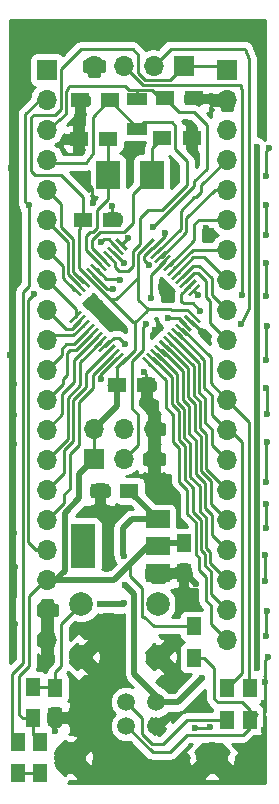
<source format=gbr>
G04 #@! TF.FileFunction,Copper,L1,Top,Signal*
%FSLAX46Y46*%
G04 Gerber Fmt 4.6, Leading zero omitted, Abs format (unit mm)*
G04 Created by KiCad (PCBNEW 4.0.7) date 06/22/20 22:52:38*
%MOMM*%
%LPD*%
G01*
G04 APERTURE LIST*
%ADD10C,0.100000*%
%ADD11R,1.250000X1.500000*%
%ADD12C,2.000000*%
%ADD13R,1.300000X1.500000*%
%ADD14R,2.000000X3.800000*%
%ADD15R,2.000000X1.500000*%
%ADD16R,1.500000X1.250000*%
%ADD17R,1.700000X1.700000*%
%ADD18O,1.700000X1.700000*%
%ADD19C,1.520000*%
%ADD20C,2.700000*%
%ADD21R,1.800000X1.000000*%
%ADD22R,2.000000X2.400000*%
%ADD23C,0.600000*%
%ADD24C,0.250000*%
%ADD25C,0.500000*%
G04 APERTURE END LIST*
D10*
D11*
X72688000Y-76756000D03*
X72688000Y-74256000D03*
D12*
X64028000Y-83866000D03*
X64028000Y-79366000D03*
X70528000Y-83866000D03*
X70528000Y-79366000D03*
D13*
X78308000Y-86516000D03*
X78308000Y-89216000D03*
D14*
X64188000Y-74496000D03*
D15*
X70488000Y-74496000D03*
X70488000Y-72196000D03*
X70488000Y-76796000D03*
D10*
G36*
X66888621Y-48544311D02*
X67065398Y-48367534D01*
X67984637Y-49286773D01*
X67807860Y-49463550D01*
X66888621Y-48544311D01*
X66888621Y-48544311D01*
G37*
G36*
X66535068Y-48897864D02*
X66711845Y-48721087D01*
X67631084Y-49640326D01*
X67454307Y-49817103D01*
X66535068Y-48897864D01*
X66535068Y-48897864D01*
G37*
G36*
X66181514Y-49251418D02*
X66358291Y-49074641D01*
X67277530Y-49993880D01*
X67100753Y-50170657D01*
X66181514Y-49251418D01*
X66181514Y-49251418D01*
G37*
G36*
X65827961Y-49604971D02*
X66004738Y-49428194D01*
X66923977Y-50347433D01*
X66747200Y-50524210D01*
X65827961Y-49604971D01*
X65827961Y-49604971D01*
G37*
G36*
X65474408Y-49958524D02*
X65651185Y-49781747D01*
X66570424Y-50700986D01*
X66393647Y-50877763D01*
X65474408Y-49958524D01*
X65474408Y-49958524D01*
G37*
G36*
X65120854Y-50312078D02*
X65297631Y-50135301D01*
X66216870Y-51054540D01*
X66040093Y-51231317D01*
X65120854Y-50312078D01*
X65120854Y-50312078D01*
G37*
G36*
X64767301Y-50665631D02*
X64944078Y-50488854D01*
X65863317Y-51408093D01*
X65686540Y-51584870D01*
X64767301Y-50665631D01*
X64767301Y-50665631D01*
G37*
G36*
X64413747Y-51019185D02*
X64590524Y-50842408D01*
X65509763Y-51761647D01*
X65332986Y-51938424D01*
X64413747Y-51019185D01*
X64413747Y-51019185D01*
G37*
G36*
X64060194Y-51372738D02*
X64236971Y-51195961D01*
X65156210Y-52115200D01*
X64979433Y-52291977D01*
X64060194Y-51372738D01*
X64060194Y-51372738D01*
G37*
G36*
X63706641Y-51726291D02*
X63883418Y-51549514D01*
X64802657Y-52468753D01*
X64625880Y-52645530D01*
X63706641Y-51726291D01*
X63706641Y-51726291D01*
G37*
G36*
X63353087Y-52079845D02*
X63529864Y-51903068D01*
X64449103Y-52822307D01*
X64272326Y-52999084D01*
X63353087Y-52079845D01*
X63353087Y-52079845D01*
G37*
G36*
X62999534Y-52433398D02*
X63176311Y-52256621D01*
X64095550Y-53175860D01*
X63918773Y-53352637D01*
X62999534Y-52433398D01*
X62999534Y-52433398D01*
G37*
G36*
X63176311Y-55615379D02*
X62999534Y-55438602D01*
X63918773Y-54519363D01*
X64095550Y-54696140D01*
X63176311Y-55615379D01*
X63176311Y-55615379D01*
G37*
G36*
X63529864Y-55968932D02*
X63353087Y-55792155D01*
X64272326Y-54872916D01*
X64449103Y-55049693D01*
X63529864Y-55968932D01*
X63529864Y-55968932D01*
G37*
G36*
X63883418Y-56322486D02*
X63706641Y-56145709D01*
X64625880Y-55226470D01*
X64802657Y-55403247D01*
X63883418Y-56322486D01*
X63883418Y-56322486D01*
G37*
G36*
X64236971Y-56676039D02*
X64060194Y-56499262D01*
X64979433Y-55580023D01*
X65156210Y-55756800D01*
X64236971Y-56676039D01*
X64236971Y-56676039D01*
G37*
G36*
X64590524Y-57029592D02*
X64413747Y-56852815D01*
X65332986Y-55933576D01*
X65509763Y-56110353D01*
X64590524Y-57029592D01*
X64590524Y-57029592D01*
G37*
G36*
X64944078Y-57383146D02*
X64767301Y-57206369D01*
X65686540Y-56287130D01*
X65863317Y-56463907D01*
X64944078Y-57383146D01*
X64944078Y-57383146D01*
G37*
G36*
X65297631Y-57736699D02*
X65120854Y-57559922D01*
X66040093Y-56640683D01*
X66216870Y-56817460D01*
X65297631Y-57736699D01*
X65297631Y-57736699D01*
G37*
G36*
X65651185Y-58090253D02*
X65474408Y-57913476D01*
X66393647Y-56994237D01*
X66570424Y-57171014D01*
X65651185Y-58090253D01*
X65651185Y-58090253D01*
G37*
G36*
X66004738Y-58443806D02*
X65827961Y-58267029D01*
X66747200Y-57347790D01*
X66923977Y-57524567D01*
X66004738Y-58443806D01*
X66004738Y-58443806D01*
G37*
G36*
X66358291Y-58797359D02*
X66181514Y-58620582D01*
X67100753Y-57701343D01*
X67277530Y-57878120D01*
X66358291Y-58797359D01*
X66358291Y-58797359D01*
G37*
G36*
X66711845Y-59150913D02*
X66535068Y-58974136D01*
X67454307Y-58054897D01*
X67631084Y-58231674D01*
X66711845Y-59150913D01*
X66711845Y-59150913D01*
G37*
G36*
X67065398Y-59504466D02*
X66888621Y-59327689D01*
X67807860Y-58408450D01*
X67984637Y-58585227D01*
X67065398Y-59504466D01*
X67065398Y-59504466D01*
G37*
G36*
X69151363Y-58585227D02*
X69328140Y-58408450D01*
X70247379Y-59327689D01*
X70070602Y-59504466D01*
X69151363Y-58585227D01*
X69151363Y-58585227D01*
G37*
G36*
X69504916Y-58231674D02*
X69681693Y-58054897D01*
X70600932Y-58974136D01*
X70424155Y-59150913D01*
X69504916Y-58231674D01*
X69504916Y-58231674D01*
G37*
G36*
X69858470Y-57878120D02*
X70035247Y-57701343D01*
X70954486Y-58620582D01*
X70777709Y-58797359D01*
X69858470Y-57878120D01*
X69858470Y-57878120D01*
G37*
G36*
X70212023Y-57524567D02*
X70388800Y-57347790D01*
X71308039Y-58267029D01*
X71131262Y-58443806D01*
X70212023Y-57524567D01*
X70212023Y-57524567D01*
G37*
G36*
X70565576Y-57171014D02*
X70742353Y-56994237D01*
X71661592Y-57913476D01*
X71484815Y-58090253D01*
X70565576Y-57171014D01*
X70565576Y-57171014D01*
G37*
G36*
X70919130Y-56817460D02*
X71095907Y-56640683D01*
X72015146Y-57559922D01*
X71838369Y-57736699D01*
X70919130Y-56817460D01*
X70919130Y-56817460D01*
G37*
G36*
X71272683Y-56463907D02*
X71449460Y-56287130D01*
X72368699Y-57206369D01*
X72191922Y-57383146D01*
X71272683Y-56463907D01*
X71272683Y-56463907D01*
G37*
G36*
X71626237Y-56110353D02*
X71803014Y-55933576D01*
X72722253Y-56852815D01*
X72545476Y-57029592D01*
X71626237Y-56110353D01*
X71626237Y-56110353D01*
G37*
G36*
X71979790Y-55756800D02*
X72156567Y-55580023D01*
X73075806Y-56499262D01*
X72899029Y-56676039D01*
X71979790Y-55756800D01*
X71979790Y-55756800D01*
G37*
G36*
X72333343Y-55403247D02*
X72510120Y-55226470D01*
X73429359Y-56145709D01*
X73252582Y-56322486D01*
X72333343Y-55403247D01*
X72333343Y-55403247D01*
G37*
G36*
X72686897Y-55049693D02*
X72863674Y-54872916D01*
X73782913Y-55792155D01*
X73606136Y-55968932D01*
X72686897Y-55049693D01*
X72686897Y-55049693D01*
G37*
G36*
X73040450Y-54696140D02*
X73217227Y-54519363D01*
X74136466Y-55438602D01*
X73959689Y-55615379D01*
X73040450Y-54696140D01*
X73040450Y-54696140D01*
G37*
G36*
X73217227Y-53352637D02*
X73040450Y-53175860D01*
X73959689Y-52256621D01*
X74136466Y-52433398D01*
X73217227Y-53352637D01*
X73217227Y-53352637D01*
G37*
G36*
X72863674Y-52999084D02*
X72686897Y-52822307D01*
X73606136Y-51903068D01*
X73782913Y-52079845D01*
X72863674Y-52999084D01*
X72863674Y-52999084D01*
G37*
G36*
X72510120Y-52645530D02*
X72333343Y-52468753D01*
X73252582Y-51549514D01*
X73429359Y-51726291D01*
X72510120Y-52645530D01*
X72510120Y-52645530D01*
G37*
G36*
X72156567Y-52291977D02*
X71979790Y-52115200D01*
X72899029Y-51195961D01*
X73075806Y-51372738D01*
X72156567Y-52291977D01*
X72156567Y-52291977D01*
G37*
G36*
X71803014Y-51938424D02*
X71626237Y-51761647D01*
X72545476Y-50842408D01*
X72722253Y-51019185D01*
X71803014Y-51938424D01*
X71803014Y-51938424D01*
G37*
G36*
X71449460Y-51584870D02*
X71272683Y-51408093D01*
X72191922Y-50488854D01*
X72368699Y-50665631D01*
X71449460Y-51584870D01*
X71449460Y-51584870D01*
G37*
G36*
X71095907Y-51231317D02*
X70919130Y-51054540D01*
X71838369Y-50135301D01*
X72015146Y-50312078D01*
X71095907Y-51231317D01*
X71095907Y-51231317D01*
G37*
G36*
X70742353Y-50877763D02*
X70565576Y-50700986D01*
X71484815Y-49781747D01*
X71661592Y-49958524D01*
X70742353Y-50877763D01*
X70742353Y-50877763D01*
G37*
G36*
X70388800Y-50524210D02*
X70212023Y-50347433D01*
X71131262Y-49428194D01*
X71308039Y-49604971D01*
X70388800Y-50524210D01*
X70388800Y-50524210D01*
G37*
G36*
X70035247Y-50170657D02*
X69858470Y-49993880D01*
X70777709Y-49074641D01*
X70954486Y-49251418D01*
X70035247Y-50170657D01*
X70035247Y-50170657D01*
G37*
G36*
X69681693Y-49817103D02*
X69504916Y-49640326D01*
X70424155Y-48721087D01*
X70600932Y-48897864D01*
X69681693Y-49817103D01*
X69681693Y-49817103D01*
G37*
G36*
X69328140Y-49463550D02*
X69151363Y-49286773D01*
X70070602Y-48367534D01*
X70247379Y-48544311D01*
X69328140Y-49463550D01*
X69328140Y-49463550D01*
G37*
D16*
X66648000Y-46876000D03*
X64148000Y-46876000D03*
X66318000Y-40006000D03*
X63818000Y-40006000D03*
D17*
X61110000Y-34158000D03*
D18*
X61110000Y-36698000D03*
X61110000Y-39238000D03*
X61110000Y-41778000D03*
X61110000Y-44318000D03*
X61110000Y-46858000D03*
X61110000Y-49398000D03*
X61110000Y-51938000D03*
X61110000Y-54478000D03*
X61110000Y-57018000D03*
X61110000Y-59558000D03*
X61110000Y-62098000D03*
X61110000Y-64638000D03*
X61110000Y-67178000D03*
X61110000Y-69718000D03*
X61110000Y-72258000D03*
X61110000Y-74798000D03*
X61110000Y-77338000D03*
X61110000Y-79878000D03*
X61110000Y-82418000D03*
D17*
X76350000Y-34158000D03*
D18*
X76350000Y-36698000D03*
X76350000Y-39238000D03*
X76350000Y-41778000D03*
X76350000Y-44318000D03*
X76350000Y-46858000D03*
X76350000Y-49398000D03*
X76350000Y-51938000D03*
X76350000Y-54478000D03*
X76350000Y-57018000D03*
X76350000Y-59558000D03*
X76350000Y-62098000D03*
X76350000Y-64638000D03*
X76350000Y-67178000D03*
X76350000Y-69718000D03*
X76350000Y-72258000D03*
X76350000Y-74798000D03*
X76350000Y-77338000D03*
X76350000Y-79878000D03*
X76350000Y-82418000D03*
D17*
X72694800Y-33807400D03*
D18*
X70154800Y-33807400D03*
X67614800Y-33807400D03*
X65074800Y-33807400D03*
D19*
X67828000Y-87706000D03*
X70368000Y-87706000D03*
X70368000Y-89706000D03*
X67828000Y-89706000D03*
D20*
X63098000Y-92406000D03*
X75098000Y-92406000D03*
D17*
X65128000Y-67086000D03*
D18*
X65128000Y-64546000D03*
X67668000Y-67086000D03*
X67668000Y-64546000D03*
X70208000Y-67086000D03*
X70208000Y-64546000D03*
D16*
X70868000Y-39926000D03*
X73368000Y-39926000D03*
X71088000Y-36576000D03*
X73588000Y-36576000D03*
X66418000Y-36746000D03*
X63918000Y-36746000D03*
D13*
X73578000Y-81256000D03*
X73578000Y-83956000D03*
X76398000Y-86476000D03*
X76398000Y-89176000D03*
X58688000Y-91036000D03*
X58688000Y-93736000D03*
D16*
X69528000Y-60866000D03*
X67028000Y-60866000D03*
D11*
X61808000Y-86486000D03*
X61808000Y-88986000D03*
D13*
X60568000Y-93736000D03*
X60568000Y-91036000D03*
X59938000Y-89076000D03*
X59938000Y-86376000D03*
D21*
X68748000Y-39156000D03*
X68748000Y-36656000D03*
D22*
X69988000Y-43066000D03*
X66288000Y-43066000D03*
D16*
X65608000Y-69816000D03*
X68108000Y-69816000D03*
D23*
X65673000Y-48776000D03*
X59573000Y-45626000D03*
X70778000Y-52546000D03*
X71738000Y-53206000D03*
X74608000Y-48406000D03*
X74608000Y-47586000D03*
X65578000Y-53916000D03*
X66978000Y-55726000D03*
X70268000Y-56216000D03*
X66038000Y-71356000D03*
X66238000Y-72876000D03*
X66248000Y-74696000D03*
X66198000Y-76466000D03*
X58368000Y-83946000D03*
X58398000Y-81116000D03*
X58318000Y-78736000D03*
X58438000Y-76216000D03*
X58318000Y-73406000D03*
X58178000Y-70756000D03*
X58138000Y-68126000D03*
X58298000Y-65856000D03*
X58298000Y-63376000D03*
X58338000Y-60736000D03*
X58008000Y-58336000D03*
X58228000Y-55656000D03*
X58168000Y-52836000D03*
X58228000Y-50316000D03*
X58178000Y-47896000D03*
X58368000Y-45606000D03*
X58098000Y-42486000D03*
X58328000Y-40616000D03*
X58408000Y-38516000D03*
X58198000Y-35176000D03*
X58498000Y-32616000D03*
X60008000Y-30906000D03*
X63828000Y-31126000D03*
X66688000Y-30766000D03*
X69048000Y-31026000D03*
X71528000Y-31046000D03*
X74518000Y-31006000D03*
X78358000Y-31636000D03*
X79938000Y-40796000D03*
X79658000Y-43166000D03*
X79628000Y-45606000D03*
X79668000Y-48116000D03*
X79668000Y-50486000D03*
X79638000Y-53296000D03*
X79738000Y-55836000D03*
X79668000Y-58716000D03*
X79628000Y-61116000D03*
X79748000Y-63326000D03*
X79708000Y-65646000D03*
X79658000Y-69036000D03*
X79628000Y-70946000D03*
X79678000Y-72936000D03*
X79618000Y-75206000D03*
X79618000Y-77436000D03*
X79738000Y-79966000D03*
X79688000Y-82116000D03*
X79828000Y-83906000D03*
X79598000Y-85986000D03*
X79538000Y-87786000D03*
X79538000Y-90096000D03*
X79108000Y-91316000D03*
X77498000Y-91706000D03*
X74918000Y-89836000D03*
X73618000Y-89856000D03*
X67768000Y-91466000D03*
X65878000Y-91246000D03*
X64788000Y-90116000D03*
X63568000Y-89716000D03*
X61828000Y-90126000D03*
X73778000Y-77726000D03*
X72378000Y-78276000D03*
X72238000Y-79656000D03*
X71928000Y-43726000D03*
X72138000Y-42856000D03*
X68038000Y-42466000D03*
X68118000Y-43626000D03*
X64138000Y-43376000D03*
X65018000Y-45436000D03*
X66618000Y-45696000D03*
X72898000Y-38551000D03*
X66748000Y-52726000D03*
X64118000Y-41106000D03*
X71108000Y-47986000D03*
X69778000Y-50666000D03*
X69368000Y-59776000D03*
X65688000Y-60346000D03*
X74123000Y-56251000D03*
X70108000Y-47466000D03*
X67618000Y-50516000D03*
X67668000Y-79346000D03*
X65628000Y-79356000D03*
X67298000Y-51926000D03*
X60048000Y-53151000D03*
X71358000Y-55176000D03*
X77528000Y-55646000D03*
X77598000Y-53246000D03*
X73938000Y-53206000D03*
X67998000Y-48401000D03*
X74218000Y-85696000D03*
X78928000Y-84796000D03*
X67738000Y-77756000D03*
X67608000Y-75326000D03*
X78888000Y-40696000D03*
X74048000Y-54586000D03*
X69918000Y-53506000D03*
X69478000Y-55656000D03*
X67708000Y-57336000D03*
D24*
X58178000Y-86006000D02*
X58178000Y-85276000D01*
X58178000Y-85276000D02*
X59072998Y-84381002D01*
X58178000Y-86006000D02*
X58178000Y-90526000D01*
X58178000Y-90526000D02*
X58688000Y-91036000D01*
X59072998Y-84101000D02*
X59072998Y-84381002D01*
X59573000Y-45626000D02*
X59573000Y-52451000D01*
X59072998Y-52951002D02*
X59072998Y-84101000D01*
X59072998Y-84101000D02*
X59072998Y-84321002D01*
X59573000Y-52451000D02*
X59072998Y-52951002D01*
X67083076Y-49269095D02*
X67083076Y-49211076D01*
X67083076Y-49211076D02*
X66373000Y-48501000D01*
X66373000Y-48501000D02*
X65948000Y-48501000D01*
X65948000Y-48501000D02*
X65673000Y-48776000D01*
X59573000Y-45626000D02*
X59298000Y-45351000D01*
X59298000Y-45351000D02*
X59298000Y-37901000D01*
X59298000Y-37901000D02*
X60501000Y-36698000D01*
X60501000Y-36698000D02*
X61110000Y-36698000D01*
X70778000Y-52546000D02*
X71438000Y-53206000D01*
X71438000Y-53206000D02*
X71738000Y-53206000D01*
X74608000Y-48406000D02*
X74608000Y-47586000D01*
X65578000Y-53916000D02*
X66978000Y-55316000D01*
X66978000Y-55316000D02*
X66978000Y-55726000D01*
X70268000Y-56216000D02*
X70268000Y-56096000D01*
X66038000Y-71356000D02*
X66238000Y-71556000D01*
X66238000Y-71556000D02*
X66238000Y-72876000D01*
X66248000Y-74696000D02*
X66198000Y-74746000D01*
X66198000Y-74746000D02*
X66198000Y-76466000D01*
X58368000Y-83946000D02*
X58398000Y-83916000D01*
X58398000Y-83916000D02*
X58398000Y-81116000D01*
X58318000Y-78736000D02*
X58438000Y-78616000D01*
X58438000Y-78616000D02*
X58438000Y-76216000D01*
X58318000Y-73406000D02*
X58178000Y-73266000D01*
X58178000Y-73266000D02*
X58178000Y-70756000D01*
X58138000Y-68126000D02*
X58298000Y-67966000D01*
X58298000Y-67966000D02*
X58298000Y-65856000D01*
X58298000Y-63376000D02*
X58338000Y-63336000D01*
X58338000Y-63336000D02*
X58338000Y-60736000D01*
X58008000Y-58336000D02*
X58228000Y-58116000D01*
X58228000Y-58116000D02*
X58228000Y-55656000D01*
X58168000Y-52836000D02*
X58228000Y-52776000D01*
X58228000Y-52776000D02*
X58228000Y-50316000D01*
X58178000Y-47896000D02*
X58368000Y-47706000D01*
X58368000Y-47706000D02*
X58368000Y-45606000D01*
X58098000Y-42486000D02*
X58328000Y-42256000D01*
X58328000Y-42256000D02*
X58328000Y-40616000D01*
X58408000Y-38516000D02*
X58198000Y-38306000D01*
X58198000Y-38306000D02*
X58198000Y-35176000D01*
X58498000Y-32616000D02*
X60008000Y-31106000D01*
X60008000Y-31106000D02*
X60008000Y-30906000D01*
X63828000Y-31126000D02*
X64188000Y-30766000D01*
X64188000Y-30766000D02*
X66688000Y-30766000D01*
X69048000Y-31026000D02*
X69068000Y-31046000D01*
X69068000Y-31046000D02*
X71528000Y-31046000D01*
X74518000Y-31006000D02*
X75148000Y-31636000D01*
X75148000Y-31636000D02*
X78358000Y-31636000D01*
X79938000Y-40796000D02*
X79658000Y-41076000D01*
X79658000Y-41076000D02*
X79658000Y-43166000D01*
X79628000Y-45606000D02*
X79668000Y-45646000D01*
X79668000Y-45646000D02*
X79668000Y-48116000D01*
X79668000Y-50486000D02*
X79638000Y-50516000D01*
X79638000Y-50516000D02*
X79638000Y-53296000D01*
X79738000Y-55836000D02*
X79668000Y-55906000D01*
X79668000Y-55906000D02*
X79668000Y-58716000D01*
X79628000Y-61116000D02*
X79748000Y-61236000D01*
X79748000Y-61236000D02*
X79748000Y-63326000D01*
X79708000Y-65646000D02*
X79658000Y-65696000D01*
X79658000Y-65696000D02*
X79658000Y-69036000D01*
X79628000Y-70946000D02*
X79678000Y-70996000D01*
X79678000Y-70996000D02*
X79678000Y-72936000D01*
X79618000Y-75206000D02*
X79618000Y-77436000D01*
X79738000Y-79966000D02*
X79688000Y-80016000D01*
X79688000Y-80016000D02*
X79688000Y-82116000D01*
X79828000Y-83906000D02*
X79598000Y-84136000D01*
X79598000Y-84136000D02*
X79598000Y-85986000D01*
X79538000Y-87786000D02*
X79538000Y-90096000D01*
X79108000Y-91316000D02*
X78718000Y-91706000D01*
X78718000Y-91706000D02*
X77498000Y-91706000D01*
X74918000Y-89836000D02*
X74898000Y-89856000D01*
X74898000Y-89856000D02*
X73618000Y-89856000D01*
X67768000Y-91466000D02*
X67548000Y-91246000D01*
X67548000Y-91246000D02*
X65878000Y-91246000D01*
X64788000Y-90116000D02*
X64388000Y-89716000D01*
X64388000Y-89716000D02*
X63568000Y-89716000D01*
X61828000Y-90126000D02*
X61808000Y-90106000D01*
X61808000Y-90106000D02*
X61808000Y-88986000D01*
D25*
X72688000Y-76756000D02*
X72808000Y-76756000D01*
X72808000Y-76756000D02*
X73778000Y-77726000D01*
X72378000Y-78276000D02*
X72238000Y-78416000D01*
X72238000Y-78416000D02*
X72238000Y-79656000D01*
D24*
X66648000Y-46876000D02*
X66648000Y-45726000D01*
X71928000Y-43066000D02*
X71928000Y-43726000D01*
X72138000Y-42856000D02*
X71928000Y-43066000D01*
X68038000Y-43546000D02*
X68038000Y-42466000D01*
X68118000Y-43626000D02*
X68038000Y-43546000D01*
X64918000Y-44156000D02*
X64138000Y-43376000D01*
X64918000Y-45336000D02*
X64918000Y-44156000D01*
X65018000Y-45436000D02*
X64918000Y-45336000D01*
X66648000Y-45726000D02*
X66618000Y-45696000D01*
X73368000Y-39926000D02*
X73368000Y-39021000D01*
X73368000Y-39021000D02*
X72898000Y-38551000D01*
X73588000Y-36576000D02*
X76228000Y-36576000D01*
X76228000Y-36576000D02*
X76350000Y-36698000D01*
X64961755Y-51390416D02*
X64961755Y-51461124D01*
X64961755Y-51461124D02*
X66226631Y-52726000D01*
X66226631Y-52726000D02*
X66748000Y-52726000D01*
X63818000Y-40006000D02*
X64268000Y-40956000D01*
X64268000Y-40956000D02*
X64118000Y-41106000D01*
X70052924Y-49269095D02*
X70084905Y-49269095D01*
X70084905Y-49269095D02*
X71108000Y-48246000D01*
X71108000Y-48246000D02*
X71108000Y-47986000D01*
X70052924Y-49269095D02*
X70024905Y-49269095D01*
X70024905Y-49269095D02*
X69378000Y-49916000D01*
X69378000Y-49916000D02*
X69378000Y-50266000D01*
X69378000Y-50266000D02*
X69778000Y-50666000D01*
X69528000Y-60866000D02*
X69528000Y-59936000D01*
X69528000Y-59936000D02*
X69368000Y-59776000D01*
X67083076Y-58602905D02*
X67041095Y-58602905D01*
X67041095Y-58602905D02*
X65642301Y-60001699D01*
X65642301Y-60001699D02*
X65642301Y-60300301D01*
X65642301Y-60300301D02*
X65688000Y-60346000D01*
X73234905Y-55420924D02*
X73292924Y-55420924D01*
X73292924Y-55420924D02*
X74123000Y-56251000D01*
X73234905Y-55420924D02*
X73234905Y-55432905D01*
X69988000Y-43066000D02*
X69988000Y-40806000D01*
X69988000Y-40806000D02*
X70868000Y-39926000D01*
X68408000Y-46726000D02*
X68408000Y-44646000D01*
X68408000Y-44646000D02*
X69988000Y-43066000D01*
X67720500Y-47778500D02*
X67745500Y-47778500D01*
X68408000Y-47116000D02*
X68408000Y-46726000D01*
X67745500Y-47778500D02*
X68408000Y-47116000D01*
X66022416Y-50329755D02*
X66022416Y-50325416D01*
X66022416Y-50325416D02*
X64923000Y-49226000D01*
X64923000Y-49226000D02*
X64923000Y-48587398D01*
X66022416Y-50329755D02*
X66022416Y-50280416D01*
X64923000Y-48587398D02*
X65634398Y-47876000D01*
X65634398Y-47876000D02*
X67623000Y-47876000D01*
X67623000Y-47876000D02*
X67720500Y-47778500D01*
X66288000Y-43066000D02*
X66288000Y-40036000D01*
X66288000Y-40036000D02*
X66318000Y-40006000D01*
X65323000Y-46476000D02*
X65323000Y-46031000D01*
X66288000Y-45066000D02*
X66288000Y-43066000D01*
X65323000Y-46031000D02*
X66288000Y-45066000D01*
X66088000Y-40236000D02*
X66318000Y-40006000D01*
X65323000Y-46566000D02*
X65323000Y-46476000D01*
X65323000Y-46476000D02*
X65323000Y-46171000D01*
X65523000Y-42231000D02*
X65523000Y-42091000D01*
X66318000Y-40006000D02*
X66318000Y-40456000D01*
X65668862Y-50683309D02*
X65655309Y-50683309D01*
X65655309Y-50683309D02*
X64423000Y-49451000D01*
X65323000Y-47551000D02*
X65323000Y-46566000D01*
X64998000Y-47876000D02*
X65323000Y-47551000D01*
X64798000Y-47876000D02*
X64998000Y-47876000D01*
X64423000Y-48251000D02*
X64798000Y-47876000D01*
X64423000Y-49451000D02*
X64423000Y-48251000D01*
X65668862Y-50683309D02*
X65665309Y-50683309D01*
X73598000Y-43976000D02*
X73598000Y-43586000D01*
X70108000Y-47466000D02*
X73598000Y-43976000D01*
X74638000Y-42546000D02*
X74638000Y-38846000D01*
X73598000Y-43586000D02*
X74638000Y-42546000D01*
X74638000Y-38846000D02*
X73538000Y-37746000D01*
X73538000Y-37746000D02*
X72258000Y-37746000D01*
X67618000Y-50496000D02*
X67618000Y-50516000D01*
X68748000Y-36656000D02*
X68748000Y-36016000D01*
X68748000Y-36016000D02*
X68863000Y-35901000D01*
X66744649Y-49622649D02*
X67618000Y-50496000D01*
X72258000Y-37746000D02*
X71088000Y-36576000D01*
X66729522Y-49622649D02*
X66744649Y-49622649D01*
X71088000Y-36576000D02*
X70677998Y-36576000D01*
X70677998Y-36576000D02*
X70002998Y-35901000D01*
X62743000Y-37875000D02*
X61110000Y-39238000D01*
X62743000Y-36076000D02*
X62743000Y-37875000D01*
X62998000Y-35551000D02*
X62743000Y-36076000D01*
X67698000Y-35551000D02*
X62998000Y-35551000D01*
X68048000Y-35901000D02*
X67698000Y-35551000D01*
X70002998Y-35901000D02*
X68863000Y-35901000D01*
X68863000Y-35901000D02*
X68048000Y-35901000D01*
X70228000Y-38596000D02*
X69308000Y-38596000D01*
X66418202Y-49976202D02*
X66918000Y-50476000D01*
X71668000Y-38596000D02*
X70228000Y-38596000D01*
X71978000Y-38906000D02*
X71668000Y-38596000D01*
X71978000Y-40906000D02*
X71978000Y-38906000D01*
X72948000Y-41876000D02*
X71978000Y-40906000D01*
X66918000Y-50476000D02*
X66918000Y-50866000D01*
X66918000Y-50866000D02*
X67258000Y-51206000D01*
X67258000Y-51206000D02*
X67988000Y-51206000D01*
X67988000Y-51206000D02*
X68398000Y-50796000D01*
X68398000Y-50796000D02*
X68398000Y-49476000D01*
X68398000Y-49476000D02*
X68978000Y-48896000D01*
X68978000Y-48896000D02*
X68978000Y-46746000D01*
X68978000Y-46746000D02*
X69323000Y-46401000D01*
X70861602Y-46026000D02*
X72948000Y-43939602D01*
X69698000Y-46026000D02*
X70861602Y-46026000D01*
X69323000Y-46401000D02*
X69698000Y-46026000D01*
X72948000Y-43939602D02*
X72948000Y-41876000D01*
X69308000Y-38596000D02*
X68748000Y-39156000D01*
X68748000Y-39156000D02*
X68748000Y-39076000D01*
X68748000Y-39076000D02*
X66418000Y-36746000D01*
X66375969Y-49976202D02*
X66418202Y-49976202D01*
X66418000Y-36746000D02*
X66378000Y-36746000D01*
X66378000Y-36746000D02*
X64998000Y-38126000D01*
X64431000Y-42038000D02*
X61120000Y-42038000D01*
X64998000Y-41201000D02*
X64431000Y-42038000D01*
X64998000Y-38126000D02*
X64998000Y-41201000D01*
X61808000Y-86486000D02*
X61808000Y-85176000D01*
X61808000Y-85176000D02*
X62348000Y-84636000D01*
X62348000Y-84636000D02*
X62348000Y-81046000D01*
X62348000Y-81046000D02*
X64028000Y-79366000D01*
X59938000Y-86376000D02*
X61698000Y-86376000D01*
X61698000Y-86376000D02*
X61808000Y-86486000D01*
D25*
X67668000Y-79346000D02*
X67608000Y-79406000D01*
X67608000Y-79406000D02*
X65628000Y-79356000D01*
D24*
X64536000Y-78858000D02*
X64028000Y-79366000D01*
X65315309Y-51036862D02*
X65315309Y-51043309D01*
X65315309Y-51043309D02*
X66148000Y-51876000D01*
X66148000Y-51876000D02*
X67248000Y-51876000D01*
X67248000Y-51876000D02*
X67298000Y-51926000D01*
X60048000Y-53151000D02*
X59523000Y-53676000D01*
X59523000Y-53676000D02*
X59523000Y-74126000D01*
X59523000Y-74126000D02*
X60195000Y-74798000D01*
X60195000Y-74798000D02*
X61110000Y-74798000D01*
X64536000Y-78858000D02*
X64028000Y-79366000D01*
X76398000Y-89176000D02*
X73728000Y-89176000D01*
X73728000Y-89176000D02*
X73708000Y-89196000D01*
X73708000Y-89196000D02*
X72938000Y-89196000D01*
X72938000Y-89196000D02*
X70918000Y-91216000D01*
X70918000Y-91216000D02*
X70008000Y-91216000D01*
X70008000Y-91216000D02*
X69148000Y-90356000D01*
X69148000Y-90356000D02*
X69148000Y-89026000D01*
X69148000Y-89026000D02*
X67828000Y-87706000D01*
X67828000Y-87706000D02*
X68068000Y-87706000D01*
X76398000Y-88746000D02*
X76398000Y-89176000D01*
X76728000Y-89806000D02*
X76618000Y-89806000D01*
X73578000Y-83956000D02*
X74458000Y-83956000D01*
X74458000Y-83956000D02*
X75268000Y-84766000D01*
X75268000Y-84766000D02*
X75268000Y-87426000D01*
X75268000Y-87426000D02*
X75568000Y-87726000D01*
X78308000Y-89216000D02*
X78308000Y-89866000D01*
X78308000Y-89866000D02*
X77678000Y-90496000D01*
X77678000Y-90496000D02*
X72948000Y-90496000D01*
X72948000Y-90496000D02*
X71498000Y-91946000D01*
X71498000Y-91946000D02*
X70068000Y-91946000D01*
X70068000Y-91946000D02*
X67828000Y-89706000D01*
X75568000Y-87726000D02*
X77658000Y-87726000D01*
X77658000Y-87726000D02*
X78308000Y-88376000D01*
X78308000Y-88376000D02*
X78308000Y-89216000D01*
X68178000Y-90056000D02*
X67828000Y-89706000D01*
X78878000Y-88716000D02*
X78308000Y-89286000D01*
X63808006Y-47685994D02*
X64148000Y-46876000D01*
X69188000Y-80456000D02*
X69348000Y-80456000D01*
X69348000Y-80456000D02*
X70148000Y-81256000D01*
X70148000Y-81256000D02*
X73578000Y-81256000D01*
X68138000Y-76016000D02*
X68138000Y-77016000D01*
X68138000Y-77016000D02*
X69188000Y-78066000D01*
X69188000Y-78066000D02*
X69188000Y-80456000D01*
D25*
X72688000Y-74256000D02*
X70728000Y-74256000D01*
X70728000Y-74256000D02*
X70488000Y-74496000D01*
D24*
X59938000Y-89076000D02*
X59938000Y-90406000D01*
X59938000Y-90406000D02*
X60568000Y-91036000D01*
X59598000Y-84316000D02*
X59598000Y-84656000D01*
X59598000Y-84656000D02*
X58778000Y-85476000D01*
X58778000Y-85476000D02*
X58778000Y-88756000D01*
X58778000Y-88756000D02*
X59098000Y-89076000D01*
X59098000Y-89076000D02*
X59938000Y-89076000D01*
D25*
X70488000Y-74496000D02*
X69658000Y-74496000D01*
X69658000Y-74496000D02*
X68138000Y-76016000D01*
X68138000Y-76016000D02*
X66816000Y-77338000D01*
X66816000Y-77338000D02*
X61110000Y-77338000D01*
X61110000Y-77338000D02*
X61836000Y-77338000D01*
X61836000Y-77338000D02*
X62608000Y-76566000D01*
X62608000Y-76566000D02*
X62608000Y-71706000D01*
X62608000Y-71706000D02*
X63858000Y-70456000D01*
X63858000Y-70456000D02*
X63858000Y-68356000D01*
X63858000Y-68356000D02*
X65128000Y-67086000D01*
X64770000Y-67444000D02*
X65128000Y-67086000D01*
D24*
X61110000Y-77338000D02*
X60986000Y-77338000D01*
X60986000Y-77338000D02*
X59598000Y-78726000D01*
X59598000Y-78726000D02*
X59598000Y-84316000D01*
X59598000Y-84316000D02*
X59598000Y-84426000D01*
X72694800Y-33807400D02*
X75999400Y-33807400D01*
X75999400Y-33807400D02*
X76350000Y-34158000D01*
X64148000Y-46876000D02*
X64148000Y-44966000D01*
X71506202Y-34995998D02*
X72694800Y-33807400D01*
X69439796Y-34995998D02*
X71506202Y-34995998D01*
X68863899Y-34420101D02*
X69439796Y-34995998D01*
X68863899Y-32911899D02*
X68863899Y-34420101D01*
X68368000Y-32416000D02*
X68863899Y-32911899D01*
X63978000Y-32416000D02*
X68368000Y-32416000D01*
X62292998Y-34101002D02*
X63978000Y-32416000D01*
X62292998Y-37466000D02*
X62292998Y-34101002D01*
X61802998Y-37956000D02*
X62292998Y-37466000D01*
X59988000Y-37956000D02*
X61802998Y-37956000D01*
X59748002Y-38195998D02*
X59988000Y-37956000D01*
X59748002Y-42736000D02*
X59748002Y-38195998D01*
X60108002Y-43096000D02*
X59748002Y-42736000D01*
X62278000Y-43096000D02*
X60108002Y-43096000D01*
X64148000Y-44966000D02*
X62278000Y-43096000D01*
D25*
X67028000Y-60866000D02*
X67028000Y-62646000D01*
X67028000Y-62646000D02*
X65128000Y-64546000D01*
X65068000Y-67146000D02*
X65128000Y-67086000D01*
D24*
X68808000Y-51756000D02*
X68808000Y-53616000D01*
X68808000Y-53616000D02*
X69638000Y-54446000D01*
X71598000Y-54446000D02*
X69638000Y-54446000D01*
X73008000Y-54456000D02*
X71608000Y-54456000D01*
X71608000Y-54456000D02*
X71598000Y-54446000D01*
X73588458Y-55036458D02*
X73008000Y-54456000D01*
X69548000Y-54536000D02*
X69548000Y-54566000D01*
X69638000Y-54446000D02*
X69548000Y-54536000D01*
X66449117Y-53584884D02*
X66979116Y-53584884D01*
X66979116Y-53584884D02*
X68808000Y-51756000D01*
X68808000Y-51756000D02*
X68868000Y-51696000D01*
X65128000Y-64546000D02*
X65128000Y-67086000D01*
X67028000Y-60866000D02*
X66278000Y-60866000D01*
X64718000Y-64136000D02*
X65128000Y-64546000D01*
X69699371Y-48915542D02*
X69678458Y-48915542D01*
X69678458Y-48915542D02*
X68868000Y-49726000D01*
X68868000Y-49726000D02*
X68868000Y-51696000D01*
X68568000Y-55546000D02*
X68410233Y-55546000D01*
X68410233Y-55546000D02*
X66449117Y-53584884D01*
X66449117Y-53584884D02*
X64608202Y-51743969D01*
X67436629Y-58956458D02*
X67467542Y-58956458D01*
X67467542Y-58956458D02*
X68568000Y-57856000D01*
X68568000Y-55546000D02*
X69548000Y-54566000D01*
X68568000Y-57856000D02*
X68568000Y-55546000D01*
X73588458Y-55067371D02*
X73588458Y-55036458D01*
X67436629Y-58956458D02*
X67397542Y-58956458D01*
X67397542Y-58956458D02*
X67028000Y-59326000D01*
X67028000Y-59326000D02*
X67028000Y-60866000D01*
X64608202Y-51743969D02*
X64575975Y-51743969D01*
X64575975Y-51743969D02*
X63808006Y-50976000D01*
X63808006Y-50976000D02*
X63808006Y-47685994D01*
X73588458Y-55067371D02*
X73579369Y-55067371D01*
X72881351Y-55774478D02*
X72876478Y-55774478D01*
X72876478Y-55774478D02*
X72278000Y-55176000D01*
X72278000Y-55176000D02*
X71358000Y-55176000D01*
X77528000Y-55646000D02*
X78228000Y-54356000D01*
X78228000Y-54356000D02*
X78228000Y-33216000D01*
X78228000Y-33216000D02*
X77888000Y-32366000D01*
X77888000Y-32366000D02*
X71596200Y-32366000D01*
X71596200Y-32366000D02*
X70154800Y-33807400D01*
X77518000Y-35446000D02*
X69253400Y-35446000D01*
X77628000Y-36116000D02*
X77518000Y-35446000D01*
X77628000Y-52616000D02*
X77628000Y-36116000D01*
X77598000Y-53246000D02*
X77628000Y-52616000D01*
X73588458Y-52804629D02*
X73588458Y-52856458D01*
X73588458Y-52856458D02*
X73938000Y-53206000D01*
X69253400Y-35446000D02*
X67614800Y-33807400D01*
X67436629Y-48915542D02*
X67483458Y-48915542D01*
X67483458Y-48915542D02*
X67998000Y-48401000D01*
D25*
X70368000Y-87706000D02*
X72208000Y-87706000D01*
X72208000Y-87706000D02*
X74218000Y-85696000D01*
X78928000Y-84796000D02*
X78863000Y-84731000D01*
X78863000Y-84731000D02*
X78863000Y-83666000D01*
X70368000Y-87706000D02*
X70368000Y-87196000D01*
X70368000Y-87196000D02*
X68518000Y-85346000D01*
X68518000Y-85346000D02*
X68518000Y-78536000D01*
X68518000Y-78536000D02*
X67738000Y-77756000D01*
X67608000Y-75326000D02*
X67528000Y-75246000D01*
X67528000Y-75246000D02*
X67528000Y-72966000D01*
X67528000Y-72966000D02*
X68298000Y-72196000D01*
X68298000Y-72196000D02*
X70488000Y-72196000D01*
X70488000Y-72196000D02*
X68108000Y-69816000D01*
X70368000Y-87706000D02*
X70368000Y-87096000D01*
X70108000Y-72196000D02*
X70488000Y-72196000D01*
X78863000Y-83666000D02*
X78863000Y-40721000D01*
X78863000Y-40721000D02*
X78888000Y-40696000D01*
D24*
X73748000Y-44946000D02*
X74178000Y-44516000D01*
X74178000Y-44516000D02*
X74178000Y-43950000D01*
X74178000Y-43950000D02*
X76350000Y-41778000D01*
X73598000Y-44946000D02*
X73748000Y-44946000D01*
X72468000Y-46076000D02*
X73598000Y-44946000D01*
X72468000Y-47606000D02*
X72468000Y-46076000D01*
X70406478Y-49622649D02*
X70451351Y-49622649D01*
X70451351Y-49622649D02*
X72468000Y-47606000D01*
X63358004Y-48476004D02*
X62348000Y-47466000D01*
X64254649Y-52097522D02*
X64183939Y-52097522D01*
X64183939Y-52097522D02*
X63358004Y-51271587D01*
X63358004Y-51271587D02*
X63358004Y-48476004D01*
X62348000Y-47466000D02*
X62348000Y-45556000D01*
X62348000Y-45556000D02*
X61110000Y-44318000D01*
X75316000Y-44318000D02*
X76350000Y-44318000D01*
X72928000Y-46706000D02*
X75316000Y-44318000D01*
X72928000Y-47866000D02*
X72928000Y-46706000D01*
X70760031Y-49976202D02*
X70817798Y-49976202D01*
X70817798Y-49976202D02*
X72928000Y-47866000D01*
X70760031Y-49976202D02*
X70815798Y-49976202D01*
X62908002Y-48726002D02*
X62908002Y-51457983D01*
X61110000Y-46858000D02*
X61110000Y-46928000D01*
X61110000Y-46928000D02*
X62908002Y-48726002D01*
X62908002Y-51457983D02*
X63901095Y-52451076D01*
X71467138Y-50683309D02*
X71500691Y-50683309D01*
X71500691Y-50683309D02*
X73598000Y-48586000D01*
X73598000Y-48586000D02*
X73598000Y-47256000D01*
X73598000Y-47256000D02*
X73996000Y-46858000D01*
X73996000Y-46858000D02*
X76350000Y-46858000D01*
X63547542Y-52804629D02*
X63436629Y-52804629D01*
X63436629Y-52804629D02*
X62458000Y-51826000D01*
X62458000Y-51826000D02*
X62458000Y-50746000D01*
X62458000Y-50746000D02*
X61110000Y-49398000D01*
X72174245Y-51390416D02*
X72174245Y-51326153D01*
X72174245Y-51326153D02*
X73464398Y-50036000D01*
X73464398Y-50036000D02*
X74448000Y-50036000D01*
X74448000Y-50036000D02*
X76350000Y-51938000D01*
X63547542Y-55067371D02*
X63547542Y-54375542D01*
X63547542Y-54375542D02*
X61110000Y-51938000D01*
X63901095Y-55420924D02*
X63901095Y-55447905D01*
X63901095Y-55447905D02*
X63223000Y-56126000D01*
X63223000Y-56126000D02*
X62748000Y-56126000D01*
X62748000Y-56126000D02*
X61110000Y-54488000D01*
X61110000Y-54488000D02*
X61110000Y-54478000D01*
X72527798Y-51743969D02*
X72527798Y-51716202D01*
X72527798Y-51716202D02*
X73498000Y-50746000D01*
X73498000Y-50746000D02*
X74018000Y-50746000D01*
X74018000Y-50746000D02*
X75068000Y-51796000D01*
X75068000Y-51796000D02*
X75068000Y-53196000D01*
X75068000Y-53196000D02*
X76350000Y-54478000D01*
X64254649Y-55774478D02*
X64224522Y-55774478D01*
X64224522Y-55774478D02*
X63348000Y-56651000D01*
X63348000Y-56651000D02*
X61477000Y-56651000D01*
X61477000Y-56651000D02*
X61110000Y-57018000D01*
X72881351Y-52097522D02*
X72881351Y-52042649D01*
X72881351Y-52042649D02*
X73558000Y-51366000D01*
X73558000Y-51366000D02*
X73938000Y-51366000D01*
X73938000Y-51366000D02*
X74617998Y-52045998D01*
X74617998Y-52045998D02*
X74617998Y-53415998D01*
X74617998Y-53415998D02*
X74898000Y-53696000D01*
X74898000Y-53696000D02*
X74898000Y-55566000D01*
X74898000Y-55566000D02*
X76350000Y-57018000D01*
X64608202Y-56128031D02*
X64608202Y-56165798D01*
X64608202Y-56165798D02*
X63373000Y-57401000D01*
X63373000Y-57401000D02*
X62773000Y-57401000D01*
X62773000Y-57401000D02*
X62373000Y-57801000D01*
X62373000Y-57801000D02*
X62373000Y-58295000D01*
X62373000Y-58295000D02*
X61110000Y-59558000D01*
X73234905Y-52451076D02*
X73232924Y-52451076D01*
X73232924Y-52451076D02*
X72508000Y-53176000D01*
X72508000Y-53176000D02*
X72508000Y-53786000D01*
X72508000Y-53786000D02*
X72768000Y-53926000D01*
X72768000Y-53926000D02*
X73508000Y-53926000D01*
X73508000Y-53926000D02*
X74048000Y-54586000D01*
X64961755Y-56481584D02*
X64961755Y-56487245D01*
X64961755Y-56487245D02*
X63548000Y-57901000D01*
X63548000Y-57901000D02*
X63073000Y-57901000D01*
X63073000Y-57901000D02*
X62848000Y-58126000D01*
X62848000Y-58126000D02*
X62848000Y-59976000D01*
X62848000Y-59976000D02*
X62448000Y-60376000D01*
X62448000Y-60376000D02*
X62448000Y-60760000D01*
X62448000Y-60760000D02*
X61110000Y-62098000D01*
X78223000Y-84036000D02*
X78223000Y-86431000D01*
X78223000Y-86431000D02*
X78308000Y-86516000D01*
X78223000Y-83766000D02*
X78223000Y-84036000D01*
X78223000Y-63971000D02*
X76350000Y-62098000D01*
X78223000Y-83766000D02*
X78223000Y-63971000D01*
X72527798Y-56128031D02*
X72550031Y-56128031D01*
X72550031Y-56128031D02*
X75048000Y-58506000D01*
X75048000Y-58506000D02*
X75048000Y-60676000D01*
X75048000Y-60676000D02*
X76350000Y-62098000D01*
X65315309Y-56835138D02*
X65263862Y-56835138D01*
X65263862Y-56835138D02*
X63398000Y-58701000D01*
X63398000Y-58701000D02*
X63398000Y-60601000D01*
X63398000Y-60601000D02*
X62423000Y-61576000D01*
X62423000Y-61576000D02*
X62423000Y-63325000D01*
X62423000Y-63325000D02*
X61110000Y-64638000D01*
X77648000Y-84926000D02*
X77648000Y-85226000D01*
X77648000Y-85226000D02*
X76398000Y-86476000D01*
X77648000Y-84766000D02*
X77648000Y-84836000D01*
X77648000Y-65701000D02*
X77648000Y-84766000D01*
X77648000Y-84766000D02*
X77648000Y-84926000D01*
X77648000Y-84926000D02*
X77648000Y-85086000D01*
X76350000Y-64638000D02*
X76585000Y-64638000D01*
X76585000Y-64638000D02*
X77648000Y-65701000D01*
X72174245Y-56481584D02*
X72203582Y-56481584D01*
X72203582Y-56481584D02*
X74438002Y-58716004D01*
X75068000Y-63356000D02*
X76350000Y-64638000D01*
X75068000Y-61706000D02*
X75068000Y-63356000D01*
X74438002Y-61076002D02*
X75068000Y-61706000D01*
X74438002Y-58716004D02*
X74438002Y-61076002D01*
X72174245Y-56481584D02*
X72193584Y-56481584D01*
X76350000Y-64638000D02*
X76068000Y-64638000D01*
X65668862Y-57188691D02*
X65660309Y-57188691D01*
X65660309Y-57188691D02*
X63923000Y-58926000D01*
X63923000Y-58926000D02*
X63923000Y-60876000D01*
X63923000Y-60876000D02*
X62873002Y-61925998D01*
X62873002Y-61925998D02*
X62873002Y-65414998D01*
X62873002Y-65414998D02*
X61110000Y-67178000D01*
X71820691Y-56835138D02*
X71867138Y-56835138D01*
X71867138Y-56835138D02*
X73978000Y-58946000D01*
X75058000Y-65886000D02*
X76350000Y-67178000D01*
X75058000Y-64606000D02*
X75058000Y-65886000D01*
X74528000Y-64076000D02*
X75058000Y-64606000D01*
X74528000Y-62016002D02*
X74528000Y-64076000D01*
X73978000Y-61466002D02*
X74528000Y-62016002D01*
X73978000Y-58946000D02*
X73978000Y-61466002D01*
X71820691Y-56835138D02*
X71820691Y-56844785D01*
X76350000Y-67178000D02*
X76322000Y-67178000D01*
X66375969Y-57895798D02*
X66375969Y-57898031D01*
X66375969Y-57898031D02*
X64448000Y-59826000D01*
X64448000Y-59826000D02*
X64448000Y-60987398D01*
X64448000Y-60987398D02*
X63323004Y-62112394D01*
X63323004Y-62112394D02*
X63323004Y-65601394D01*
X63323004Y-65601394D02*
X62548000Y-66376398D01*
X62548000Y-66376398D02*
X62548000Y-68280000D01*
X62548000Y-68280000D02*
X61110000Y-69718000D01*
X71467138Y-57188691D02*
X71467138Y-57215138D01*
X71467138Y-57215138D02*
X73527998Y-59275998D01*
X73527998Y-59275998D02*
X73527998Y-61705998D01*
X73527998Y-61705998D02*
X74077998Y-62255998D01*
X74077998Y-62255998D02*
X74077998Y-64495998D01*
X74077998Y-64495998D02*
X74607998Y-65025998D01*
X74607998Y-65025998D02*
X74607998Y-67975998D01*
X74607998Y-67975998D02*
X76350000Y-69718000D01*
X66729522Y-58249351D02*
X66729522Y-58269478D01*
X66729522Y-58269478D02*
X64998000Y-60001000D01*
X64998000Y-60001000D02*
X64998000Y-61073796D01*
X64998000Y-61073796D02*
X63798000Y-62273796D01*
X63798000Y-62273796D02*
X63798000Y-65901002D01*
X63798000Y-65901002D02*
X63048000Y-66651002D01*
X63048000Y-66651002D02*
X63048000Y-69601000D01*
X63048000Y-69601000D02*
X62523000Y-70126000D01*
X62523000Y-70126000D02*
X62523000Y-70845000D01*
X62523000Y-70845000D02*
X61110000Y-72258000D01*
X71113584Y-57542245D02*
X71157847Y-57542245D01*
X71157847Y-57542245D02*
X73048000Y-59432398D01*
X74978000Y-70886000D02*
X76350000Y-72258000D01*
X74978000Y-68982398D02*
X74978000Y-70886000D01*
X74157996Y-68162394D02*
X74978000Y-68982398D01*
X74157996Y-65212394D02*
X74157996Y-68162394D01*
X73627996Y-64682394D02*
X74157996Y-65212394D01*
X73627996Y-62476000D02*
X73627996Y-64682394D01*
X73048000Y-61896004D02*
X73627996Y-62476000D01*
X73048000Y-59432398D02*
X73048000Y-61896004D01*
X71113584Y-57542245D02*
X71144245Y-57542245D01*
X70760031Y-57895798D02*
X70827798Y-57895798D01*
X70827798Y-57895798D02*
X72597998Y-59665998D01*
X75068000Y-73516000D02*
X76350000Y-74798000D01*
X75068000Y-71846000D02*
X75068000Y-73516000D01*
X74508000Y-71286000D02*
X75068000Y-71846000D01*
X74508000Y-69148796D02*
X74508000Y-71286000D01*
X73707994Y-68348790D02*
X74508000Y-69148796D01*
X73707994Y-65516000D02*
X73707994Y-68348790D01*
X73177994Y-64986000D02*
X73707994Y-65516000D01*
X73177994Y-62662396D02*
X73177994Y-64986000D01*
X72597998Y-62082400D02*
X73177994Y-62662396D01*
X72597998Y-59665998D02*
X72597998Y-62082400D01*
X70760031Y-57895798D02*
X70797796Y-57895798D01*
X70406478Y-58249351D02*
X70471351Y-58249351D01*
X70471351Y-58249351D02*
X72147996Y-59925996D01*
X74948000Y-75936000D02*
X76350000Y-77338000D01*
X74948000Y-74946000D02*
X74948000Y-75936000D01*
X74617998Y-74615998D02*
X74948000Y-74946000D01*
X74617998Y-72086000D02*
X74617998Y-74615998D01*
X74048000Y-71516002D02*
X74617998Y-72086000D01*
X74048000Y-69426002D02*
X74048000Y-71516002D01*
X73257992Y-68635994D02*
X74048000Y-69426002D01*
X73257992Y-65806000D02*
X73257992Y-68635994D01*
X72727992Y-65276000D02*
X73257992Y-65806000D01*
X72727992Y-62856000D02*
X72727992Y-65276000D01*
X72147996Y-62276004D02*
X72727992Y-62856000D01*
X72147996Y-59925996D02*
X72147996Y-62276004D01*
X70406478Y-58249351D02*
X70471347Y-58249351D01*
X70052924Y-58602905D02*
X70104905Y-58602905D01*
X70104905Y-58602905D02*
X71678000Y-60176000D01*
X71678000Y-60176000D02*
X71678000Y-62466010D01*
X71678000Y-62466010D02*
X72277990Y-63066000D01*
X72277990Y-63066000D02*
X72277990Y-65462396D01*
X72277990Y-65462396D02*
X72798000Y-65982406D01*
X72798000Y-65982406D02*
X72798000Y-68836002D01*
X72798000Y-68836002D02*
X73518000Y-69556002D01*
X73518000Y-69556002D02*
X73518000Y-71636004D01*
X73518000Y-71636004D02*
X74167996Y-72286000D01*
X74167996Y-72286000D02*
X74167996Y-74805998D01*
X74167996Y-74805998D02*
X74497998Y-75136000D01*
X74497998Y-75136000D02*
X74497998Y-76122396D01*
X74497998Y-76122396D02*
X75038000Y-76662398D01*
X75038000Y-76662398D02*
X75038000Y-78566000D01*
X75038000Y-78566000D02*
X76350000Y-79878000D01*
X69699371Y-58956458D02*
X69699371Y-58977371D01*
X69699371Y-58977371D02*
X71168000Y-60446000D01*
X71168000Y-60446000D02*
X71168000Y-62716000D01*
X71168000Y-62716000D02*
X71798000Y-63346000D01*
X71798000Y-63346000D02*
X71798000Y-65686000D01*
X71798000Y-65686000D02*
X72308000Y-66196000D01*
X72308000Y-66196000D02*
X72308000Y-69066002D01*
X72308000Y-69066002D02*
X73018000Y-69776002D01*
X73018000Y-69776002D02*
X73018000Y-71772402D01*
X73018000Y-71772402D02*
X73698000Y-72452402D01*
X73698000Y-72452402D02*
X73698000Y-75176004D01*
X73698000Y-75176004D02*
X74008000Y-75486004D01*
X74008000Y-75486004D02*
X74008000Y-76526002D01*
X74008000Y-76526002D02*
X74578000Y-77096002D01*
X74578000Y-77096002D02*
X74578000Y-79086000D01*
X74578000Y-79086000D02*
X75038000Y-79546000D01*
X75038000Y-79546000D02*
X75038000Y-81106000D01*
X75038000Y-81106000D02*
X76350000Y-82418000D01*
X71113584Y-50329755D02*
X71113584Y-50380416D01*
X71113584Y-50380416D02*
X69948000Y-51546000D01*
X69948000Y-51546000D02*
X69948000Y-53476000D01*
X69948000Y-53476000D02*
X69918000Y-53506000D01*
X69478000Y-55656000D02*
X69218000Y-55916000D01*
X69218000Y-55916000D02*
X69218000Y-57846000D01*
X69218000Y-57846000D02*
X68278000Y-58786000D01*
X68278000Y-58786000D02*
X68278000Y-62826000D01*
X68278000Y-62826000D02*
X68868000Y-63416000D01*
X68868000Y-63416000D02*
X68868000Y-65886000D01*
X68868000Y-65886000D02*
X67668000Y-67086000D01*
X66022416Y-57542245D02*
X66071755Y-57542245D01*
X66071755Y-57542245D02*
X66758000Y-56856000D01*
X66758000Y-56856000D02*
X67228000Y-56856000D01*
X67228000Y-56856000D02*
X67708000Y-57336000D01*
X71820691Y-51036862D02*
X71827138Y-51036862D01*
X71827138Y-51036862D02*
X73466000Y-49398000D01*
X73466000Y-49398000D02*
X76350000Y-49398000D01*
X60568000Y-93736000D02*
X58688000Y-93736000D01*
G36*
X67585911Y-80280721D02*
X67596984Y-80278808D01*
X67608000Y-80280999D01*
X67643000Y-80274037D01*
X67643000Y-85346000D01*
X67690739Y-85586000D01*
X67709605Y-85680848D01*
X67899282Y-85964718D01*
X68363102Y-86428538D01*
X68104702Y-86321241D01*
X67553715Y-86320760D01*
X67044485Y-86531169D01*
X66654539Y-86920436D01*
X66443241Y-87429298D01*
X66442760Y-87980285D01*
X66653169Y-88489515D01*
X66869313Y-88706036D01*
X66654539Y-88920436D01*
X66443241Y-89429298D01*
X66442760Y-89980285D01*
X66653169Y-90489515D01*
X67042436Y-90879461D01*
X67551298Y-91090759D01*
X68102285Y-91091240D01*
X68137875Y-91076535D01*
X69537670Y-92476330D01*
X69780987Y-92638910D01*
X70068000Y-92696000D01*
X71498000Y-92696000D01*
X71785013Y-92638910D01*
X72028330Y-92476330D01*
X73258660Y-91246000D01*
X73402137Y-91246000D01*
X72697795Y-91950342D01*
X73110591Y-92363138D01*
X73087237Y-92617438D01*
X73159383Y-92980142D01*
X73392416Y-93156990D01*
X74143406Y-92406000D01*
X73666109Y-91928703D01*
X74348812Y-91246000D01*
X74892594Y-91246000D01*
X75098000Y-91451406D01*
X75303406Y-91246000D01*
X75847188Y-91246000D01*
X76529891Y-91928703D01*
X76052594Y-92406000D01*
X76803584Y-93156990D01*
X77036617Y-92980142D01*
X77094078Y-92354469D01*
X77498205Y-91950342D01*
X76793863Y-91246000D01*
X77678000Y-91246000D01*
X77965013Y-91188910D01*
X78208330Y-91026330D01*
X78631416Y-90603244D01*
X78958000Y-90603244D01*
X79189611Y-90559663D01*
X79402332Y-90422781D01*
X79545038Y-90213924D01*
X79595244Y-89966000D01*
X79595244Y-88880676D01*
X79598000Y-88866821D01*
X79598000Y-94576000D01*
X62872547Y-94576000D01*
X63055138Y-94393409D01*
X63309438Y-94416763D01*
X63672142Y-94344617D01*
X63848990Y-94111584D01*
X74347010Y-94111584D01*
X74523858Y-94344617D01*
X75309438Y-94416763D01*
X75672142Y-94344617D01*
X75848990Y-94111584D01*
X75098000Y-93360594D01*
X74347010Y-94111584D01*
X63848990Y-94111584D01*
X63098000Y-93360594D01*
X62620703Y-93837891D01*
X61855244Y-93072432D01*
X61855244Y-92986000D01*
X61811663Y-92754389D01*
X61805145Y-92744261D01*
X62143406Y-92406000D01*
X64052594Y-92406000D01*
X64803584Y-93156990D01*
X65036617Y-92980142D01*
X65108763Y-92194562D01*
X65036617Y-91831858D01*
X64803584Y-91655010D01*
X64052594Y-92406000D01*
X62143406Y-92406000D01*
X61791355Y-92053949D01*
X61805038Y-92033924D01*
X61855244Y-91786000D01*
X61855244Y-91739568D01*
X62620703Y-90974109D01*
X63098000Y-91451406D01*
X63848990Y-90700416D01*
X63672142Y-90467383D01*
X63046468Y-90409922D01*
X63005546Y-90369000D01*
X63183002Y-90369000D01*
X63183002Y-89736000D01*
X63066000Y-89736000D01*
X63066000Y-89519250D01*
X62907750Y-89361000D01*
X62120500Y-89361000D01*
X62120500Y-89736000D01*
X61520131Y-89736000D01*
X61495500Y-89719170D01*
X61495500Y-89361000D01*
X61225244Y-89361000D01*
X61225244Y-88611000D01*
X61495500Y-88611000D01*
X61495500Y-88236000D01*
X62120500Y-88236000D01*
X62120500Y-88611000D01*
X62907750Y-88611000D01*
X63066000Y-88452750D01*
X63066000Y-88236000D01*
X63183002Y-88236000D01*
X63183002Y-87603000D01*
X62938677Y-87603000D01*
X63020038Y-87483924D01*
X63070244Y-87236000D01*
X63070244Y-85736000D01*
X63026663Y-85504389D01*
X62889781Y-85291668D01*
X62808517Y-85236143D01*
X62878330Y-85166330D01*
X62917907Y-85107098D01*
X63824678Y-86013869D01*
X64293166Y-85545380D01*
X64252982Y-85505196D01*
X64556979Y-85444727D01*
X64679502Y-85224609D01*
X64028000Y-84573107D01*
X63674447Y-84926661D01*
X63098000Y-84350214D01*
X63098000Y-84088893D01*
X63320893Y-83866000D01*
X64735107Y-83866000D01*
X65386609Y-84517502D01*
X65606727Y-84394979D01*
X65688985Y-83750560D01*
X65606727Y-83337021D01*
X65386609Y-83214498D01*
X64735107Y-83866000D01*
X63320893Y-83866000D01*
X63098000Y-83643107D01*
X63098000Y-83381786D01*
X63674447Y-82805340D01*
X64028000Y-83158893D01*
X64679502Y-82507391D01*
X64556979Y-82287273D01*
X64233770Y-82246016D01*
X64293166Y-82186620D01*
X63824678Y-81718131D01*
X63098000Y-82444809D01*
X63098000Y-81356660D01*
X63534185Y-80920475D01*
X63703349Y-80990718D01*
X64349814Y-80991282D01*
X64947286Y-80744412D01*
X65404805Y-80287691D01*
X65412878Y-80268249D01*
X65443199Y-80280839D01*
X65811187Y-80281160D01*
X65914405Y-80238511D01*
X67585911Y-80280721D01*
X67585911Y-80280721D01*
G37*
X67585911Y-80280721D02*
X67596984Y-80278808D01*
X67608000Y-80280999D01*
X67643000Y-80274037D01*
X67643000Y-85346000D01*
X67690739Y-85586000D01*
X67709605Y-85680848D01*
X67899282Y-85964718D01*
X68363102Y-86428538D01*
X68104702Y-86321241D01*
X67553715Y-86320760D01*
X67044485Y-86531169D01*
X66654539Y-86920436D01*
X66443241Y-87429298D01*
X66442760Y-87980285D01*
X66653169Y-88489515D01*
X66869313Y-88706036D01*
X66654539Y-88920436D01*
X66443241Y-89429298D01*
X66442760Y-89980285D01*
X66653169Y-90489515D01*
X67042436Y-90879461D01*
X67551298Y-91090759D01*
X68102285Y-91091240D01*
X68137875Y-91076535D01*
X69537670Y-92476330D01*
X69780987Y-92638910D01*
X70068000Y-92696000D01*
X71498000Y-92696000D01*
X71785013Y-92638910D01*
X72028330Y-92476330D01*
X73258660Y-91246000D01*
X73402137Y-91246000D01*
X72697795Y-91950342D01*
X73110591Y-92363138D01*
X73087237Y-92617438D01*
X73159383Y-92980142D01*
X73392416Y-93156990D01*
X74143406Y-92406000D01*
X73666109Y-91928703D01*
X74348812Y-91246000D01*
X74892594Y-91246000D01*
X75098000Y-91451406D01*
X75303406Y-91246000D01*
X75847188Y-91246000D01*
X76529891Y-91928703D01*
X76052594Y-92406000D01*
X76803584Y-93156990D01*
X77036617Y-92980142D01*
X77094078Y-92354469D01*
X77498205Y-91950342D01*
X76793863Y-91246000D01*
X77678000Y-91246000D01*
X77965013Y-91188910D01*
X78208330Y-91026330D01*
X78631416Y-90603244D01*
X78958000Y-90603244D01*
X79189611Y-90559663D01*
X79402332Y-90422781D01*
X79545038Y-90213924D01*
X79595244Y-89966000D01*
X79595244Y-88880676D01*
X79598000Y-88866821D01*
X79598000Y-94576000D01*
X62872547Y-94576000D01*
X63055138Y-94393409D01*
X63309438Y-94416763D01*
X63672142Y-94344617D01*
X63848990Y-94111584D01*
X74347010Y-94111584D01*
X74523858Y-94344617D01*
X75309438Y-94416763D01*
X75672142Y-94344617D01*
X75848990Y-94111584D01*
X75098000Y-93360594D01*
X74347010Y-94111584D01*
X63848990Y-94111584D01*
X63098000Y-93360594D01*
X62620703Y-93837891D01*
X61855244Y-93072432D01*
X61855244Y-92986000D01*
X61811663Y-92754389D01*
X61805145Y-92744261D01*
X62143406Y-92406000D01*
X64052594Y-92406000D01*
X64803584Y-93156990D01*
X65036617Y-92980142D01*
X65108763Y-92194562D01*
X65036617Y-91831858D01*
X64803584Y-91655010D01*
X64052594Y-92406000D01*
X62143406Y-92406000D01*
X61791355Y-92053949D01*
X61805038Y-92033924D01*
X61855244Y-91786000D01*
X61855244Y-91739568D01*
X62620703Y-90974109D01*
X63098000Y-91451406D01*
X63848990Y-90700416D01*
X63672142Y-90467383D01*
X63046468Y-90409922D01*
X63005546Y-90369000D01*
X63183002Y-90369000D01*
X63183002Y-89736000D01*
X63066000Y-89736000D01*
X63066000Y-89519250D01*
X62907750Y-89361000D01*
X62120500Y-89361000D01*
X62120500Y-89736000D01*
X61520131Y-89736000D01*
X61495500Y-89719170D01*
X61495500Y-89361000D01*
X61225244Y-89361000D01*
X61225244Y-88611000D01*
X61495500Y-88611000D01*
X61495500Y-88236000D01*
X62120500Y-88236000D01*
X62120500Y-88611000D01*
X62907750Y-88611000D01*
X63066000Y-88452750D01*
X63066000Y-88236000D01*
X63183002Y-88236000D01*
X63183002Y-87603000D01*
X62938677Y-87603000D01*
X63020038Y-87483924D01*
X63070244Y-87236000D01*
X63070244Y-85736000D01*
X63026663Y-85504389D01*
X62889781Y-85291668D01*
X62808517Y-85236143D01*
X62878330Y-85166330D01*
X62917907Y-85107098D01*
X63824678Y-86013869D01*
X64293166Y-85545380D01*
X64252982Y-85505196D01*
X64556979Y-85444727D01*
X64679502Y-85224609D01*
X64028000Y-84573107D01*
X63674447Y-84926661D01*
X63098000Y-84350214D01*
X63098000Y-84088893D01*
X63320893Y-83866000D01*
X64735107Y-83866000D01*
X65386609Y-84517502D01*
X65606727Y-84394979D01*
X65688985Y-83750560D01*
X65606727Y-83337021D01*
X65386609Y-83214498D01*
X64735107Y-83866000D01*
X63320893Y-83866000D01*
X63098000Y-83643107D01*
X63098000Y-83381786D01*
X63674447Y-82805340D01*
X64028000Y-83158893D01*
X64679502Y-82507391D01*
X64556979Y-82287273D01*
X64233770Y-82246016D01*
X64293166Y-82186620D01*
X63824678Y-81718131D01*
X63098000Y-82444809D01*
X63098000Y-81356660D01*
X63534185Y-80920475D01*
X63703349Y-80990718D01*
X64349814Y-80991282D01*
X64947286Y-80744412D01*
X65404805Y-80287691D01*
X65412878Y-80268249D01*
X65443199Y-80280839D01*
X65811187Y-80281160D01*
X65914405Y-80238511D01*
X67585911Y-80280721D01*
G36*
X74518000Y-87426000D02*
X74575090Y-87713013D01*
X74737670Y-87956330D01*
X75037670Y-88256330D01*
X75132309Y-88319566D01*
X75110756Y-88426000D01*
X73728000Y-88426000D01*
X73627452Y-88446000D01*
X72938000Y-88446000D01*
X72650987Y-88503090D01*
X72407670Y-88665670D01*
X71726014Y-89347326D01*
X71698507Y-89209036D01*
X71487684Y-89123717D01*
X70905401Y-89706000D01*
X71136371Y-89936970D01*
X70607340Y-90466000D01*
X70590599Y-90466000D01*
X70368000Y-90243401D01*
X70232031Y-90379371D01*
X69898000Y-90045340D01*
X69898000Y-89101198D01*
X69962090Y-89037108D01*
X70091298Y-89090759D01*
X70290334Y-89090933D01*
X70368000Y-89168599D01*
X70445531Y-89091068D01*
X70642285Y-89091240D01*
X71151515Y-88880831D01*
X71451869Y-88581000D01*
X72208000Y-88581000D01*
X72542848Y-88514395D01*
X72826718Y-88324718D01*
X74518000Y-86633437D01*
X74518000Y-87426000D01*
X74518000Y-87426000D01*
G37*
X74518000Y-87426000D02*
X74575090Y-87713013D01*
X74737670Y-87956330D01*
X75037670Y-88256330D01*
X75132309Y-88319566D01*
X75110756Y-88426000D01*
X73728000Y-88426000D01*
X73627452Y-88446000D01*
X72938000Y-88446000D01*
X72650987Y-88503090D01*
X72407670Y-88665670D01*
X71726014Y-89347326D01*
X71698507Y-89209036D01*
X71487684Y-89123717D01*
X70905401Y-89706000D01*
X71136371Y-89936970D01*
X70607340Y-90466000D01*
X70590599Y-90466000D01*
X70368000Y-90243401D01*
X70232031Y-90379371D01*
X69898000Y-90045340D01*
X69898000Y-89101198D01*
X69962090Y-89037108D01*
X70091298Y-89090759D01*
X70290334Y-89090933D01*
X70368000Y-89168599D01*
X70445531Y-89091068D01*
X70642285Y-89091240D01*
X71151515Y-88880831D01*
X71451869Y-88581000D01*
X72208000Y-88581000D01*
X72542848Y-88514395D01*
X72826718Y-88324718D01*
X74518000Y-86633437D01*
X74518000Y-87426000D01*
G36*
X79598000Y-88565179D02*
X79595244Y-88551323D01*
X79595244Y-88466000D01*
X79551663Y-88234389D01*
X79414781Y-88021668D01*
X79205924Y-87878962D01*
X79148667Y-87867367D01*
X79189611Y-87859663D01*
X79402332Y-87722781D01*
X79545038Y-87513924D01*
X79595244Y-87266000D01*
X79595244Y-85766000D01*
X79551663Y-85534389D01*
X79530523Y-85501536D01*
X79598000Y-85434176D01*
X79598000Y-88565179D01*
X79598000Y-88565179D01*
G37*
X79598000Y-88565179D02*
X79595244Y-88551323D01*
X79595244Y-88466000D01*
X79551663Y-88234389D01*
X79414781Y-88021668D01*
X79205924Y-87878962D01*
X79148667Y-87867367D01*
X79189611Y-87859663D01*
X79402332Y-87722781D01*
X79545038Y-87513924D01*
X79595244Y-87266000D01*
X79595244Y-85766000D01*
X79551663Y-85534389D01*
X79530523Y-85501536D01*
X79598000Y-85434176D01*
X79598000Y-88565179D01*
G36*
X72334337Y-82237611D02*
X72471219Y-82450332D01*
X72680076Y-82593038D01*
X72737333Y-82604633D01*
X72696389Y-82612337D01*
X72483668Y-82749219D01*
X72340962Y-82958076D01*
X72290756Y-83206000D01*
X72290756Y-84706000D01*
X72334337Y-84937611D01*
X72471219Y-85150332D01*
X72680076Y-85293038D01*
X72928000Y-85343244D01*
X73333319Y-85343244D01*
X71845564Y-86831000D01*
X71451505Y-86831000D01*
X71153564Y-86532539D01*
X70931277Y-86440237D01*
X70702848Y-86287605D01*
X70695599Y-86286163D01*
X70373991Y-85964555D01*
X70793166Y-85545380D01*
X70752982Y-85505196D01*
X71056979Y-85444727D01*
X71179502Y-85224609D01*
X70528000Y-84573107D01*
X70174447Y-84926661D01*
X69467340Y-84219554D01*
X69820893Y-83866000D01*
X71235107Y-83866000D01*
X71886609Y-84517502D01*
X72106727Y-84394979D01*
X72188985Y-83750560D01*
X72106727Y-83337021D01*
X71886609Y-83214498D01*
X71235107Y-83866000D01*
X69820893Y-83866000D01*
X69467340Y-83512447D01*
X70174447Y-82805340D01*
X70528000Y-83158893D01*
X71179502Y-82507391D01*
X71056979Y-82287273D01*
X70733770Y-82246016D01*
X70793166Y-82186620D01*
X70612546Y-82006000D01*
X72290756Y-82006000D01*
X72334337Y-82237611D01*
X72334337Y-82237611D01*
G37*
X72334337Y-82237611D02*
X72471219Y-82450332D01*
X72680076Y-82593038D01*
X72737333Y-82604633D01*
X72696389Y-82612337D01*
X72483668Y-82749219D01*
X72340962Y-82958076D01*
X72290756Y-83206000D01*
X72290756Y-84706000D01*
X72334337Y-84937611D01*
X72471219Y-85150332D01*
X72680076Y-85293038D01*
X72928000Y-85343244D01*
X73333319Y-85343244D01*
X71845564Y-86831000D01*
X71451505Y-86831000D01*
X71153564Y-86532539D01*
X70931277Y-86440237D01*
X70702848Y-86287605D01*
X70695599Y-86286163D01*
X70373991Y-85964555D01*
X70793166Y-85545380D01*
X70752982Y-85505196D01*
X71056979Y-85444727D01*
X71179502Y-85224609D01*
X70528000Y-84573107D01*
X70174447Y-84926661D01*
X69467340Y-84219554D01*
X69820893Y-83866000D01*
X71235107Y-83866000D01*
X71886609Y-84517502D01*
X72106727Y-84394979D01*
X72188985Y-83750560D01*
X72106727Y-83337021D01*
X71886609Y-83214498D01*
X71235107Y-83866000D01*
X69820893Y-83866000D01*
X69467340Y-83512447D01*
X70174447Y-82805340D01*
X70528000Y-83158893D01*
X71179502Y-82507391D01*
X71056979Y-82287273D01*
X70733770Y-82246016D01*
X70793166Y-82186620D01*
X70612546Y-82006000D01*
X72290756Y-82006000D01*
X72334337Y-82237611D01*
G36*
X61535000Y-79453000D02*
X61960000Y-79453000D01*
X61960000Y-80303000D01*
X61535000Y-80303000D01*
X61535000Y-81140581D01*
X61556679Y-81148000D01*
X61535000Y-81155419D01*
X61535000Y-81993000D01*
X61598000Y-81993000D01*
X61598000Y-82843000D01*
X61535000Y-82843000D01*
X61535000Y-83680581D01*
X61598000Y-83702141D01*
X61598000Y-84325340D01*
X61277670Y-84645670D01*
X61115090Y-84888987D01*
X61069102Y-85120188D01*
X60979482Y-85137051D01*
X60835924Y-85038962D01*
X60588000Y-84988756D01*
X60260345Y-84988756D01*
X60290910Y-84943013D01*
X60348000Y-84656000D01*
X60348000Y-83664771D01*
X60467966Y-83754854D01*
X60685000Y-83680581D01*
X60685000Y-82843000D01*
X60348000Y-82843000D01*
X60348000Y-81993000D01*
X60685000Y-81993000D01*
X60685000Y-81155419D01*
X60663321Y-81148000D01*
X60685000Y-81140581D01*
X60685000Y-80303000D01*
X60348000Y-80303000D01*
X60348000Y-79453000D01*
X60685000Y-79453000D01*
X60685000Y-79028000D01*
X61535000Y-79028000D01*
X61535000Y-79453000D01*
X61535000Y-79453000D01*
G37*
X61535000Y-79453000D02*
X61960000Y-79453000D01*
X61960000Y-80303000D01*
X61535000Y-80303000D01*
X61535000Y-81140581D01*
X61556679Y-81148000D01*
X61535000Y-81155419D01*
X61535000Y-81993000D01*
X61598000Y-81993000D01*
X61598000Y-82843000D01*
X61535000Y-82843000D01*
X61535000Y-83680581D01*
X61598000Y-83702141D01*
X61598000Y-84325340D01*
X61277670Y-84645670D01*
X61115090Y-84888987D01*
X61069102Y-85120188D01*
X60979482Y-85137051D01*
X60835924Y-85038962D01*
X60588000Y-84988756D01*
X60260345Y-84988756D01*
X60290910Y-84943013D01*
X60348000Y-84656000D01*
X60348000Y-83664771D01*
X60467966Y-83754854D01*
X60685000Y-83680581D01*
X60685000Y-82843000D01*
X60348000Y-82843000D01*
X60348000Y-81993000D01*
X60685000Y-81993000D01*
X60685000Y-81155419D01*
X60663321Y-81148000D01*
X60685000Y-81140581D01*
X60685000Y-80303000D01*
X60348000Y-80303000D01*
X60348000Y-79453000D01*
X60685000Y-79453000D01*
X60685000Y-79028000D01*
X61535000Y-79028000D01*
X61535000Y-79453000D01*
G36*
X79598000Y-40097949D02*
X79412655Y-39912280D01*
X79072801Y-39771161D01*
X78978000Y-39771078D01*
X78978000Y-33216000D01*
X78950335Y-33076919D01*
X78924358Y-32937457D01*
X78584358Y-32087457D01*
X78581818Y-32083554D01*
X78580910Y-32078987D01*
X78502121Y-31961072D01*
X78424757Y-31842175D01*
X78420916Y-31839540D01*
X78418330Y-31835670D01*
X78300399Y-31756871D01*
X78183439Y-31676641D01*
X78178885Y-31675677D01*
X78175013Y-31673090D01*
X78035928Y-31645425D01*
X77897145Y-31616055D01*
X77892565Y-31616908D01*
X77888000Y-31616000D01*
X71596200Y-31616000D01*
X71309187Y-31673090D01*
X71065870Y-31835670D01*
X70524499Y-32377041D01*
X70154800Y-32303503D01*
X69590342Y-32415781D01*
X69470565Y-32495813D01*
X69394229Y-32381569D01*
X68898330Y-31885670D01*
X68655013Y-31723090D01*
X68368000Y-31666000D01*
X63978000Y-31666000D01*
X63690987Y-31723090D01*
X63532119Y-31829243D01*
X63447670Y-31885670D01*
X62437490Y-32895850D01*
X62416781Y-32863668D01*
X62207924Y-32720962D01*
X61960000Y-32670756D01*
X60260000Y-32670756D01*
X60028389Y-32714337D01*
X59815668Y-32851219D01*
X59672962Y-33060076D01*
X59622756Y-33308000D01*
X59622756Y-35008000D01*
X59666337Y-35239611D01*
X59803219Y-35452332D01*
X60012076Y-35595038D01*
X60100950Y-35613035D01*
X60038120Y-35655017D01*
X59718381Y-36133542D01*
X59647263Y-36491077D01*
X58767670Y-37370670D01*
X58605090Y-37613987D01*
X58548000Y-37901000D01*
X58548000Y-45351000D01*
X58605090Y-45638013D01*
X58647933Y-45702132D01*
X58647840Y-45809187D01*
X58788366Y-46149286D01*
X58823000Y-46183981D01*
X58823000Y-52140340D01*
X58542668Y-52420672D01*
X58380088Y-52663989D01*
X58322998Y-52951002D01*
X58322998Y-84070342D01*
X57998000Y-84395340D01*
X57998000Y-29976000D01*
X79598000Y-29976000D01*
X79598000Y-40097949D01*
X79598000Y-40097949D01*
G37*
X79598000Y-40097949D02*
X79412655Y-39912280D01*
X79072801Y-39771161D01*
X78978000Y-39771078D01*
X78978000Y-33216000D01*
X78950335Y-33076919D01*
X78924358Y-32937457D01*
X78584358Y-32087457D01*
X78581818Y-32083554D01*
X78580910Y-32078987D01*
X78502121Y-31961072D01*
X78424757Y-31842175D01*
X78420916Y-31839540D01*
X78418330Y-31835670D01*
X78300399Y-31756871D01*
X78183439Y-31676641D01*
X78178885Y-31675677D01*
X78175013Y-31673090D01*
X78035928Y-31645425D01*
X77897145Y-31616055D01*
X77892565Y-31616908D01*
X77888000Y-31616000D01*
X71596200Y-31616000D01*
X71309187Y-31673090D01*
X71065870Y-31835670D01*
X70524499Y-32377041D01*
X70154800Y-32303503D01*
X69590342Y-32415781D01*
X69470565Y-32495813D01*
X69394229Y-32381569D01*
X68898330Y-31885670D01*
X68655013Y-31723090D01*
X68368000Y-31666000D01*
X63978000Y-31666000D01*
X63690987Y-31723090D01*
X63532119Y-31829243D01*
X63447670Y-31885670D01*
X62437490Y-32895850D01*
X62416781Y-32863668D01*
X62207924Y-32720962D01*
X61960000Y-32670756D01*
X60260000Y-32670756D01*
X60028389Y-32714337D01*
X59815668Y-32851219D01*
X59672962Y-33060076D01*
X59622756Y-33308000D01*
X59622756Y-35008000D01*
X59666337Y-35239611D01*
X59803219Y-35452332D01*
X60012076Y-35595038D01*
X60100950Y-35613035D01*
X60038120Y-35655017D01*
X59718381Y-36133542D01*
X59647263Y-36491077D01*
X58767670Y-37370670D01*
X58605090Y-37613987D01*
X58548000Y-37901000D01*
X58548000Y-45351000D01*
X58605090Y-45638013D01*
X58647933Y-45702132D01*
X58647840Y-45809187D01*
X58788366Y-46149286D01*
X58823000Y-46183981D01*
X58823000Y-52140340D01*
X58542668Y-52420672D01*
X58380088Y-52663989D01*
X58322998Y-52951002D01*
X58322998Y-84070342D01*
X57998000Y-84395340D01*
X57998000Y-29976000D01*
X79598000Y-29976000D01*
X79598000Y-40097949D01*
G36*
X73000500Y-76381000D02*
X73258000Y-76381000D01*
X73258000Y-76526002D01*
X73313000Y-76802508D01*
X73313000Y-77131000D01*
X73000500Y-77131000D01*
X73000500Y-77980750D01*
X73158750Y-78139000D01*
X73438912Y-78139000D01*
X73458221Y-78131002D01*
X73828000Y-78131002D01*
X73828000Y-79086000D01*
X73885090Y-79373013D01*
X74047670Y-79616330D01*
X74288000Y-79856660D01*
X74288000Y-79880906D01*
X74228000Y-79868756D01*
X72928000Y-79868756D01*
X72696389Y-79912337D01*
X72483668Y-80049219D01*
X72340962Y-80258076D01*
X72290756Y-80506000D01*
X71686115Y-80506000D01*
X71904805Y-80287691D01*
X72152718Y-79690651D01*
X72153282Y-79044186D01*
X71906412Y-78446714D01*
X71639164Y-78179000D01*
X71863002Y-78179000D01*
X71863002Y-78108312D01*
X71937088Y-78139000D01*
X72217250Y-78139000D01*
X72375500Y-77980750D01*
X72375500Y-77131000D01*
X71588250Y-77131000D01*
X71548250Y-77171000D01*
X70988000Y-77171000D01*
X70988000Y-77546000D01*
X69988000Y-77546000D01*
X69988000Y-77171000D01*
X69488000Y-77171000D01*
X69488000Y-76421000D01*
X69988000Y-76421000D01*
X69988000Y-76046000D01*
X70988000Y-76046000D01*
X70988000Y-76421000D01*
X71962750Y-76421000D01*
X72002750Y-76381000D01*
X72375500Y-76381000D01*
X72375500Y-76006000D01*
X73000500Y-76006000D01*
X73000500Y-76381000D01*
X73000500Y-76381000D01*
G37*
X73000500Y-76381000D02*
X73258000Y-76381000D01*
X73258000Y-76526002D01*
X73313000Y-76802508D01*
X73313000Y-77131000D01*
X73000500Y-77131000D01*
X73000500Y-77980750D01*
X73158750Y-78139000D01*
X73438912Y-78139000D01*
X73458221Y-78131002D01*
X73828000Y-78131002D01*
X73828000Y-79086000D01*
X73885090Y-79373013D01*
X74047670Y-79616330D01*
X74288000Y-79856660D01*
X74288000Y-79880906D01*
X74228000Y-79868756D01*
X72928000Y-79868756D01*
X72696389Y-79912337D01*
X72483668Y-80049219D01*
X72340962Y-80258076D01*
X72290756Y-80506000D01*
X71686115Y-80506000D01*
X71904805Y-80287691D01*
X72152718Y-79690651D01*
X72153282Y-79044186D01*
X71906412Y-78446714D01*
X71639164Y-78179000D01*
X71863002Y-78179000D01*
X71863002Y-78108312D01*
X71937088Y-78139000D01*
X72217250Y-78139000D01*
X72375500Y-77980750D01*
X72375500Y-77131000D01*
X71588250Y-77131000D01*
X71548250Y-77171000D01*
X70988000Y-77171000D01*
X70988000Y-77546000D01*
X69988000Y-77546000D01*
X69988000Y-77171000D01*
X69488000Y-77171000D01*
X69488000Y-76421000D01*
X69988000Y-76421000D01*
X69988000Y-76046000D01*
X70988000Y-76046000D01*
X70988000Y-76421000D01*
X71962750Y-76421000D01*
X72002750Y-76381000D01*
X72375500Y-76381000D01*
X72375500Y-76006000D01*
X73000500Y-76006000D01*
X73000500Y-76381000D01*
G36*
X65983000Y-69503500D02*
X66358000Y-69503500D01*
X66358000Y-70128500D01*
X65983000Y-70128500D01*
X65983000Y-70915750D01*
X66141250Y-71074000D01*
X66358000Y-71074000D01*
X66358000Y-71191002D01*
X66991000Y-71191002D01*
X66991000Y-70946677D01*
X67110076Y-71028038D01*
X67358000Y-71078244D01*
X68132808Y-71078244D01*
X68375564Y-71321000D01*
X68298000Y-71321000D01*
X68024863Y-71375330D01*
X67963151Y-71387605D01*
X67679281Y-71577282D01*
X66909282Y-72347282D01*
X66719605Y-72631152D01*
X66653000Y-72966000D01*
X66653000Y-75246000D01*
X66682938Y-75396511D01*
X66682840Y-75509187D01*
X66823366Y-75849286D01*
X66945215Y-75971348D01*
X66453564Y-76463000D01*
X65811676Y-76463000D01*
X65825244Y-76396000D01*
X65825244Y-72596000D01*
X65781663Y-72364389D01*
X65644781Y-72151668D01*
X65435924Y-72008962D01*
X65188000Y-71958756D01*
X63592680Y-71958756D01*
X64360434Y-71191002D01*
X64858000Y-71191002D01*
X64858000Y-71074000D01*
X65074750Y-71074000D01*
X65233000Y-70915750D01*
X65233000Y-70128500D01*
X64858000Y-70128500D01*
X64858000Y-69503500D01*
X65233000Y-69503500D01*
X65233000Y-69191000D01*
X65983000Y-69191000D01*
X65983000Y-69503500D01*
X65983000Y-69503500D01*
G37*
X65983000Y-69503500D02*
X66358000Y-69503500D01*
X66358000Y-70128500D01*
X65983000Y-70128500D01*
X65983000Y-70915750D01*
X66141250Y-71074000D01*
X66358000Y-71074000D01*
X66358000Y-71191002D01*
X66991000Y-71191002D01*
X66991000Y-70946677D01*
X67110076Y-71028038D01*
X67358000Y-71078244D01*
X68132808Y-71078244D01*
X68375564Y-71321000D01*
X68298000Y-71321000D01*
X68024863Y-71375330D01*
X67963151Y-71387605D01*
X67679281Y-71577282D01*
X66909282Y-72347282D01*
X66719605Y-72631152D01*
X66653000Y-72966000D01*
X66653000Y-75246000D01*
X66682938Y-75396511D01*
X66682840Y-75509187D01*
X66823366Y-75849286D01*
X66945215Y-75971348D01*
X66453564Y-76463000D01*
X65811676Y-76463000D01*
X65825244Y-76396000D01*
X65825244Y-72596000D01*
X65781663Y-72364389D01*
X65644781Y-72151668D01*
X65435924Y-72008962D01*
X65188000Y-71958756D01*
X63592680Y-71958756D01*
X64360434Y-71191002D01*
X64858000Y-71191002D01*
X64858000Y-71074000D01*
X65074750Y-71074000D01*
X65233000Y-70915750D01*
X65233000Y-70128500D01*
X64858000Y-70128500D01*
X64858000Y-69503500D01*
X65233000Y-69503500D01*
X65233000Y-69191000D01*
X65983000Y-69191000D01*
X65983000Y-69503500D01*
G36*
X69903000Y-60241660D02*
X69903000Y-60553500D01*
X70214840Y-60553500D01*
X70278000Y-60616660D01*
X70278000Y-61178500D01*
X69903000Y-61178500D01*
X69903000Y-61965750D01*
X70061250Y-62124000D01*
X70278000Y-62124000D01*
X70278000Y-62241002D01*
X70418000Y-62241002D01*
X70418000Y-62716000D01*
X70475090Y-63003013D01*
X70637670Y-63246330D01*
X70668997Y-63277657D01*
X70633000Y-63291274D01*
X70633000Y-64121000D01*
X71048000Y-64121000D01*
X71048000Y-64971000D01*
X70633000Y-64971000D01*
X70633000Y-65800726D01*
X70673379Y-65816000D01*
X70633000Y-65831274D01*
X70633000Y-66661000D01*
X71058000Y-66661000D01*
X71058000Y-67511000D01*
X70633000Y-67511000D01*
X70633000Y-68340726D01*
X70850029Y-68422820D01*
X71058000Y-68283880D01*
X71058000Y-68461002D01*
X71558000Y-68461002D01*
X71558000Y-69066002D01*
X71615090Y-69353015D01*
X71777670Y-69596332D01*
X72268000Y-70086662D01*
X72268000Y-71772402D01*
X72325090Y-72059415D01*
X72487670Y-72302732D01*
X72948000Y-72763062D01*
X72948000Y-72868756D01*
X72125244Y-72868756D01*
X72125244Y-71446000D01*
X72081663Y-71214389D01*
X71944781Y-71001668D01*
X71735924Y-70858962D01*
X71488000Y-70808756D01*
X70338193Y-70808756D01*
X69495244Y-69965808D01*
X69495244Y-69191000D01*
X69451663Y-68959389D01*
X69314781Y-68746668D01*
X69105924Y-68603962D01*
X68858000Y-68553756D01*
X67849693Y-68553756D01*
X68232458Y-68477619D01*
X68710983Y-68157880D01*
X68725000Y-68136902D01*
X68725000Y-68461002D01*
X69358000Y-68461002D01*
X69358000Y-68283880D01*
X69565971Y-68422820D01*
X69783000Y-68340726D01*
X69783000Y-67511000D01*
X69358000Y-67511000D01*
X69358000Y-66661000D01*
X69783000Y-66661000D01*
X69783000Y-65831274D01*
X69742621Y-65816000D01*
X69783000Y-65800726D01*
X69783000Y-64971000D01*
X69618000Y-64971000D01*
X69618000Y-64121000D01*
X69783000Y-64121000D01*
X69783000Y-63291274D01*
X69577747Y-63213635D01*
X69560910Y-63128987D01*
X69398330Y-62885670D01*
X69028000Y-62515340D01*
X69028000Y-62090750D01*
X69153000Y-61965750D01*
X69153000Y-61178500D01*
X69028000Y-61178500D01*
X69028000Y-60553500D01*
X69153000Y-60553500D01*
X69153000Y-60241000D01*
X69902340Y-60241000D01*
X69903000Y-60241660D01*
X69903000Y-60241660D01*
G37*
X69903000Y-60241660D02*
X69903000Y-60553500D01*
X70214840Y-60553500D01*
X70278000Y-60616660D01*
X70278000Y-61178500D01*
X69903000Y-61178500D01*
X69903000Y-61965750D01*
X70061250Y-62124000D01*
X70278000Y-62124000D01*
X70278000Y-62241002D01*
X70418000Y-62241002D01*
X70418000Y-62716000D01*
X70475090Y-63003013D01*
X70637670Y-63246330D01*
X70668997Y-63277657D01*
X70633000Y-63291274D01*
X70633000Y-64121000D01*
X71048000Y-64121000D01*
X71048000Y-64971000D01*
X70633000Y-64971000D01*
X70633000Y-65800726D01*
X70673379Y-65816000D01*
X70633000Y-65831274D01*
X70633000Y-66661000D01*
X71058000Y-66661000D01*
X71058000Y-67511000D01*
X70633000Y-67511000D01*
X70633000Y-68340726D01*
X70850029Y-68422820D01*
X71058000Y-68283880D01*
X71058000Y-68461002D01*
X71558000Y-68461002D01*
X71558000Y-69066002D01*
X71615090Y-69353015D01*
X71777670Y-69596332D01*
X72268000Y-70086662D01*
X72268000Y-71772402D01*
X72325090Y-72059415D01*
X72487670Y-72302732D01*
X72948000Y-72763062D01*
X72948000Y-72868756D01*
X72125244Y-72868756D01*
X72125244Y-71446000D01*
X72081663Y-71214389D01*
X71944781Y-71001668D01*
X71735924Y-70858962D01*
X71488000Y-70808756D01*
X70338193Y-70808756D01*
X69495244Y-69965808D01*
X69495244Y-69191000D01*
X69451663Y-68959389D01*
X69314781Y-68746668D01*
X69105924Y-68603962D01*
X68858000Y-68553756D01*
X67849693Y-68553756D01*
X68232458Y-68477619D01*
X68710983Y-68157880D01*
X68725000Y-68136902D01*
X68725000Y-68461002D01*
X69358000Y-68461002D01*
X69358000Y-68283880D01*
X69565971Y-68422820D01*
X69783000Y-68340726D01*
X69783000Y-67511000D01*
X69358000Y-67511000D01*
X69358000Y-66661000D01*
X69783000Y-66661000D01*
X69783000Y-65831274D01*
X69742621Y-65816000D01*
X69783000Y-65800726D01*
X69783000Y-64971000D01*
X69618000Y-64971000D01*
X69618000Y-64121000D01*
X69783000Y-64121000D01*
X69783000Y-63291274D01*
X69577747Y-63213635D01*
X69560910Y-63128987D01*
X69398330Y-62885670D01*
X69028000Y-62515340D01*
X69028000Y-62090750D01*
X69153000Y-61965750D01*
X69153000Y-61178500D01*
X69028000Y-61178500D01*
X69028000Y-60553500D01*
X69153000Y-60553500D01*
X69153000Y-60241000D01*
X69902340Y-60241000D01*
X69903000Y-60241660D01*
G36*
X74919641Y-56648301D02*
X74846103Y-57018000D01*
X74909976Y-57339109D01*
X74065333Y-56535043D01*
X74118790Y-56481586D01*
X74017552Y-56380348D01*
X74049289Y-56234046D01*
X74197009Y-56206251D01*
X74295567Y-56304809D01*
X74435858Y-56164518D01*
X74919641Y-56648301D01*
X74919641Y-56648301D01*
G37*
X74919641Y-56648301D02*
X74846103Y-57018000D01*
X74909976Y-57339109D01*
X74065333Y-56535043D01*
X74118790Y-56481586D01*
X74017552Y-56380348D01*
X74049289Y-56234046D01*
X74197009Y-56206251D01*
X74295567Y-56304809D01*
X74435858Y-56164518D01*
X74919641Y-56648301D01*
G36*
X70432840Y-55359187D02*
X70573366Y-55699286D01*
X70833345Y-55959720D01*
X70863252Y-55972138D01*
X70822083Y-56013307D01*
X70747692Y-56122182D01*
X70645307Y-56190083D01*
X70468530Y-56366860D01*
X70394139Y-56475736D01*
X70291753Y-56543637D01*
X70114976Y-56720414D01*
X70040585Y-56829289D01*
X69968000Y-56877427D01*
X69968000Y-56454387D01*
X70001286Y-56440634D01*
X70261720Y-56180655D01*
X70402839Y-55840801D01*
X70403160Y-55472813D01*
X70288783Y-55196000D01*
X70432982Y-55196000D01*
X70432840Y-55359187D01*
X70432840Y-55359187D01*
G37*
X70432840Y-55359187D02*
X70573366Y-55699286D01*
X70833345Y-55959720D01*
X70863252Y-55972138D01*
X70822083Y-56013307D01*
X70747692Y-56122182D01*
X70645307Y-56190083D01*
X70468530Y-56366860D01*
X70394139Y-56475736D01*
X70291753Y-56543637D01*
X70114976Y-56720414D01*
X70040585Y-56829289D01*
X69968000Y-56877427D01*
X69968000Y-56454387D01*
X70001286Y-56440634D01*
X70261720Y-56180655D01*
X70402839Y-55840801D01*
X70403160Y-55472813D01*
X70288783Y-55196000D01*
X70432982Y-55196000D01*
X70432840Y-55359187D01*
G36*
X67818000Y-56014427D02*
X67818000Y-56385340D01*
X67758330Y-56325670D01*
X67515013Y-56163090D01*
X67228000Y-56106000D01*
X66758000Y-56106000D01*
X66470987Y-56163090D01*
X66460977Y-56169779D01*
X66381818Y-56115692D01*
X66313917Y-56013307D01*
X66137140Y-55836530D01*
X66028264Y-55762139D01*
X65960363Y-55659753D01*
X65783586Y-55482976D01*
X65674711Y-55408585D01*
X65606810Y-55306200D01*
X65430033Y-55129423D01*
X65321158Y-55055032D01*
X65253257Y-54952647D01*
X65076480Y-54775870D01*
X64967604Y-54701479D01*
X64899703Y-54599093D01*
X64722926Y-54422316D01*
X64614051Y-54347925D01*
X64546150Y-54245540D01*
X64369373Y-54068763D01*
X64174783Y-53935806D01*
X64170785Y-53934939D01*
X64369373Y-53803237D01*
X64546150Y-53626460D01*
X64620541Y-53517585D01*
X64722926Y-53449684D01*
X64899703Y-53272907D01*
X64912653Y-53253954D01*
X64985090Y-53181517D01*
X67818000Y-56014427D01*
X67818000Y-56014427D01*
G37*
X67818000Y-56014427D02*
X67818000Y-56385340D01*
X67758330Y-56325670D01*
X67515013Y-56163090D01*
X67228000Y-56106000D01*
X66758000Y-56106000D01*
X66470987Y-56163090D01*
X66460977Y-56169779D01*
X66381818Y-56115692D01*
X66313917Y-56013307D01*
X66137140Y-55836530D01*
X66028264Y-55762139D01*
X65960363Y-55659753D01*
X65783586Y-55482976D01*
X65674711Y-55408585D01*
X65606810Y-55306200D01*
X65430033Y-55129423D01*
X65321158Y-55055032D01*
X65253257Y-54952647D01*
X65076480Y-54775870D01*
X64967604Y-54701479D01*
X64899703Y-54599093D01*
X64722926Y-54422316D01*
X64614051Y-54347925D01*
X64546150Y-54245540D01*
X64369373Y-54068763D01*
X64174783Y-53935806D01*
X64170785Y-53934939D01*
X64369373Y-53803237D01*
X64546150Y-53626460D01*
X64620541Y-53517585D01*
X64722926Y-53449684D01*
X64899703Y-53272907D01*
X64912653Y-53253954D01*
X64985090Y-53181517D01*
X67818000Y-56014427D01*
G36*
X70822083Y-51858693D02*
X70998860Y-52035470D01*
X71107736Y-52109861D01*
X71175637Y-52212247D01*
X71352414Y-52389024D01*
X71461289Y-52463415D01*
X71529190Y-52565800D01*
X71705967Y-52742577D01*
X71814842Y-52816968D01*
X71838936Y-52853299D01*
X71815090Y-52888987D01*
X71758000Y-53176000D01*
X71758000Y-53706000D01*
X71648274Y-53706000D01*
X71598000Y-53696000D01*
X70840680Y-53696000D01*
X70842839Y-53690801D01*
X70843160Y-53322813D01*
X70702634Y-52982714D01*
X70698000Y-52978072D01*
X70698000Y-51856660D01*
X70771795Y-51782865D01*
X70822083Y-51858693D01*
X70822083Y-51858693D01*
G37*
X70822083Y-51858693D02*
X70998860Y-52035470D01*
X71107736Y-52109861D01*
X71175637Y-52212247D01*
X71352414Y-52389024D01*
X71461289Y-52463415D01*
X71529190Y-52565800D01*
X71705967Y-52742577D01*
X71814842Y-52816968D01*
X71838936Y-52853299D01*
X71815090Y-52888987D01*
X71758000Y-53176000D01*
X71758000Y-53706000D01*
X71648274Y-53706000D01*
X71598000Y-53696000D01*
X70840680Y-53696000D01*
X70842839Y-53690801D01*
X70843160Y-53322813D01*
X70702634Y-52982714D01*
X70698000Y-52978072D01*
X70698000Y-51856660D01*
X70771795Y-51782865D01*
X70822083Y-51858693D01*
G36*
X66773345Y-52709720D02*
X66787671Y-52715669D01*
X66714117Y-52789224D01*
X66550893Y-52626000D01*
X66689771Y-52626000D01*
X66773345Y-52709720D01*
X66773345Y-52709720D01*
G37*
X66773345Y-52709720D02*
X66787671Y-52715669D01*
X66714117Y-52789224D01*
X66550893Y-52626000D01*
X66689771Y-52626000D01*
X66773345Y-52709720D01*
G36*
X75278120Y-47900983D02*
X75617876Y-48128000D01*
X75278120Y-48355017D01*
X75082356Y-48648000D01*
X74335668Y-48648000D01*
X74348000Y-48586000D01*
X74348000Y-47608000D01*
X75082356Y-47608000D01*
X75278120Y-47900983D01*
X75278120Y-47900983D01*
G37*
X75278120Y-47900983D02*
X75617876Y-48128000D01*
X75278120Y-48355017D01*
X75082356Y-48648000D01*
X74335668Y-48648000D01*
X74348000Y-48586000D01*
X74348000Y-47608000D01*
X75082356Y-47608000D01*
X75278120Y-47900983D01*
G36*
X67023000Y-46563500D02*
X67398000Y-46563500D01*
X67398000Y-47065340D01*
X67337340Y-47126000D01*
X66073000Y-47126000D01*
X66073000Y-46563500D01*
X66273000Y-46563500D01*
X66273000Y-46251000D01*
X67023000Y-46251000D01*
X67023000Y-46563500D01*
X67023000Y-46563500D01*
G37*
X67023000Y-46563500D02*
X67398000Y-46563500D01*
X67398000Y-47065340D01*
X67337340Y-47126000D01*
X66073000Y-47126000D01*
X66073000Y-46563500D01*
X66273000Y-46563500D01*
X66273000Y-46251000D01*
X67023000Y-46251000D01*
X67023000Y-46563500D01*
G36*
X65040076Y-44853038D02*
X65288000Y-44903244D01*
X65390096Y-44903244D01*
X64898000Y-45395340D01*
X64898000Y-44966000D01*
X64849650Y-44722925D01*
X65040076Y-44853038D01*
X65040076Y-44853038D01*
G37*
X65040076Y-44853038D02*
X65288000Y-44903244D01*
X65390096Y-44903244D01*
X64898000Y-45395340D01*
X64898000Y-44966000D01*
X64849650Y-44722925D01*
X65040076Y-44853038D01*
G36*
X64650756Y-44266000D02*
X64684388Y-44444736D01*
X64678330Y-44435670D01*
X63030660Y-42788000D01*
X64431000Y-42788000D01*
X64501131Y-42774050D01*
X64572636Y-42774505D01*
X64643248Y-42745782D01*
X64650756Y-42744288D01*
X64650756Y-44266000D01*
X64650756Y-44266000D01*
G37*
X64650756Y-44266000D02*
X64684388Y-44444736D01*
X64678330Y-44435670D01*
X63030660Y-42788000D01*
X64431000Y-42788000D01*
X64501131Y-42774050D01*
X64572636Y-42774505D01*
X64643248Y-42745782D01*
X64650756Y-42744288D01*
X64650756Y-44266000D01*
G36*
X72198000Y-42186660D02*
X72198000Y-43628942D01*
X71625244Y-44201698D01*
X71625244Y-41866000D01*
X71581663Y-41634389D01*
X71466030Y-41454690D01*
X72198000Y-42186660D01*
X72198000Y-42186660D01*
G37*
X72198000Y-42186660D02*
X72198000Y-43628942D01*
X71625244Y-44201698D01*
X71625244Y-41866000D01*
X71581663Y-41634389D01*
X71466030Y-41454690D01*
X72198000Y-42186660D01*
G36*
X67848000Y-40293244D02*
X69445927Y-40293244D01*
X69295090Y-40518987D01*
X69238000Y-40806000D01*
X69238000Y-41228756D01*
X68988000Y-41228756D01*
X68756389Y-41272337D01*
X68543668Y-41409219D01*
X68400962Y-41618076D01*
X68350756Y-41866000D01*
X68350756Y-43642584D01*
X67925244Y-44068096D01*
X67925244Y-41866000D01*
X67881663Y-41634389D01*
X67744781Y-41421668D01*
X67535924Y-41278962D01*
X67288000Y-41228756D01*
X67277859Y-41228756D01*
X67299611Y-41224663D01*
X67512332Y-41087781D01*
X67655038Y-40878924D01*
X67705244Y-40631000D01*
X67705244Y-40264335D01*
X67848000Y-40293244D01*
X67848000Y-40293244D01*
G37*
X67848000Y-40293244D02*
X69445927Y-40293244D01*
X69295090Y-40518987D01*
X69238000Y-40806000D01*
X69238000Y-41228756D01*
X68988000Y-41228756D01*
X68756389Y-41272337D01*
X68543668Y-41409219D01*
X68400962Y-41618076D01*
X68350756Y-41866000D01*
X68350756Y-43642584D01*
X67925244Y-44068096D01*
X67925244Y-41866000D01*
X67881663Y-41634389D01*
X67744781Y-41421668D01*
X67535924Y-41278962D01*
X67288000Y-41228756D01*
X67277859Y-41228756D01*
X67299611Y-41224663D01*
X67512332Y-41087781D01*
X67655038Y-40878924D01*
X67705244Y-40631000D01*
X67705244Y-40264335D01*
X67848000Y-40293244D01*
G36*
X73743000Y-39011660D02*
X73743000Y-39613500D01*
X73888000Y-39613500D01*
X73888000Y-40238500D01*
X73743000Y-40238500D01*
X73743000Y-41025750D01*
X73888000Y-41170750D01*
X73888000Y-42235340D01*
X73698000Y-42425340D01*
X73698000Y-41876000D01*
X73640910Y-41588987D01*
X73478330Y-41345670D01*
X72993000Y-40860340D01*
X72993000Y-40238500D01*
X72728000Y-40238500D01*
X72728000Y-39613500D01*
X72993000Y-39613500D01*
X72993000Y-38826250D01*
X72834750Y-38668000D01*
X72680659Y-38668000D01*
X72670910Y-38618987D01*
X72588732Y-38496000D01*
X73227340Y-38496000D01*
X73743000Y-39011660D01*
X73743000Y-39011660D01*
G37*
X73743000Y-39011660D02*
X73743000Y-39613500D01*
X73888000Y-39613500D01*
X73888000Y-40238500D01*
X73743000Y-40238500D01*
X73743000Y-41025750D01*
X73888000Y-41170750D01*
X73888000Y-42235340D01*
X73698000Y-42425340D01*
X73698000Y-41876000D01*
X73640910Y-41588987D01*
X73478330Y-41345670D01*
X72993000Y-40860340D01*
X72993000Y-40238500D01*
X72728000Y-40238500D01*
X72728000Y-39613500D01*
X72993000Y-39613500D01*
X72993000Y-38826250D01*
X72834750Y-38668000D01*
X72680659Y-38668000D01*
X72670910Y-38618987D01*
X72588732Y-38496000D01*
X73227340Y-38496000D01*
X73743000Y-39011660D01*
G36*
X64293000Y-36433500D02*
X64668000Y-36433500D01*
X64668000Y-37058500D01*
X64293000Y-37058500D01*
X64293000Y-37845750D01*
X64301962Y-37854712D01*
X64248000Y-38126000D01*
X64248000Y-38851250D01*
X64193000Y-38906250D01*
X64193000Y-39693500D01*
X64248000Y-39693500D01*
X64248000Y-40318500D01*
X64193000Y-40318500D01*
X64193000Y-41052073D01*
X64033179Y-41288000D01*
X62516430Y-41288000D01*
X62501619Y-41213542D01*
X62181880Y-40735017D01*
X61842124Y-40508000D01*
X61888893Y-40476750D01*
X62435000Y-40476750D01*
X62435000Y-40756912D01*
X62531369Y-40989566D01*
X62709435Y-41167632D01*
X62942089Y-41264000D01*
X63284750Y-41264000D01*
X63443000Y-41105750D01*
X63443000Y-40318500D01*
X62593250Y-40318500D01*
X62435000Y-40476750D01*
X61888893Y-40476750D01*
X62181880Y-40280983D01*
X62501619Y-39802458D01*
X62534899Y-39635149D01*
X62593250Y-39693500D01*
X63443000Y-39693500D01*
X63443000Y-38906250D01*
X63284750Y-38748000D01*
X62942089Y-38748000D01*
X62794025Y-38809330D01*
X63223589Y-38450790D01*
X63244991Y-38424265D01*
X63273330Y-38405330D01*
X63336243Y-38311175D01*
X63407352Y-38223047D01*
X63416974Y-38190352D01*
X63435910Y-38162013D01*
X63458003Y-38050944D01*
X63489972Y-37942318D01*
X63486350Y-37908430D01*
X63487848Y-37900902D01*
X63543000Y-37845750D01*
X63543000Y-37058500D01*
X63493000Y-37058500D01*
X63493000Y-36433500D01*
X63543000Y-36433500D01*
X63543000Y-36301000D01*
X64293000Y-36301000D01*
X64293000Y-36433500D01*
X64293000Y-36433500D01*
G37*
X64293000Y-36433500D02*
X64668000Y-36433500D01*
X64668000Y-37058500D01*
X64293000Y-37058500D01*
X64293000Y-37845750D01*
X64301962Y-37854712D01*
X64248000Y-38126000D01*
X64248000Y-38851250D01*
X64193000Y-38906250D01*
X64193000Y-39693500D01*
X64248000Y-39693500D01*
X64248000Y-40318500D01*
X64193000Y-40318500D01*
X64193000Y-41052073D01*
X64033179Y-41288000D01*
X62516430Y-41288000D01*
X62501619Y-41213542D01*
X62181880Y-40735017D01*
X61842124Y-40508000D01*
X61888893Y-40476750D01*
X62435000Y-40476750D01*
X62435000Y-40756912D01*
X62531369Y-40989566D01*
X62709435Y-41167632D01*
X62942089Y-41264000D01*
X63284750Y-41264000D01*
X63443000Y-41105750D01*
X63443000Y-40318500D01*
X62593250Y-40318500D01*
X62435000Y-40476750D01*
X61888893Y-40476750D01*
X62181880Y-40280983D01*
X62501619Y-39802458D01*
X62534899Y-39635149D01*
X62593250Y-39693500D01*
X63443000Y-39693500D01*
X63443000Y-38906250D01*
X63284750Y-38748000D01*
X62942089Y-38748000D01*
X62794025Y-38809330D01*
X63223589Y-38450790D01*
X63244991Y-38424265D01*
X63273330Y-38405330D01*
X63336243Y-38311175D01*
X63407352Y-38223047D01*
X63416974Y-38190352D01*
X63435910Y-38162013D01*
X63458003Y-38050944D01*
X63489972Y-37942318D01*
X63486350Y-37908430D01*
X63487848Y-37900902D01*
X63543000Y-37845750D01*
X63543000Y-37058500D01*
X63493000Y-37058500D01*
X63493000Y-36433500D01*
X63543000Y-36433500D01*
X63543000Y-36301000D01*
X64293000Y-36301000D01*
X64293000Y-36433500D01*
G36*
X73963000Y-36263500D02*
X74812750Y-36263500D01*
X74880250Y-36196000D01*
X75066148Y-36196000D01*
X75095274Y-36273000D01*
X75925000Y-36273000D01*
X75925000Y-36196000D01*
X76775000Y-36196000D01*
X76775000Y-36273000D01*
X76878000Y-36273000D01*
X76878000Y-37123000D01*
X76775000Y-37123000D01*
X76775000Y-37548000D01*
X75925000Y-37548000D01*
X75925000Y-37123000D01*
X75095274Y-37123000D01*
X75013180Y-37340029D01*
X75152120Y-37548000D01*
X74974998Y-37548000D01*
X74974998Y-38122338D01*
X74686660Y-37834000D01*
X74963002Y-37834000D01*
X74963002Y-37346221D01*
X74971000Y-37326912D01*
X74971000Y-37046750D01*
X74812750Y-36888500D01*
X73963000Y-36888500D01*
X73963000Y-37145290D01*
X73825013Y-37053090D01*
X73538000Y-36996000D01*
X73213000Y-36996000D01*
X73213000Y-36888500D01*
X72838000Y-36888500D01*
X72838000Y-36263500D01*
X73213000Y-36263500D01*
X73213000Y-36196000D01*
X73963000Y-36196000D01*
X73963000Y-36263500D01*
X73963000Y-36263500D01*
G37*
X73963000Y-36263500D02*
X74812750Y-36263500D01*
X74880250Y-36196000D01*
X75066148Y-36196000D01*
X75095274Y-36273000D01*
X75925000Y-36273000D01*
X75925000Y-36196000D01*
X76775000Y-36196000D01*
X76775000Y-36273000D01*
X76878000Y-36273000D01*
X76878000Y-37123000D01*
X76775000Y-37123000D01*
X76775000Y-37548000D01*
X75925000Y-37548000D01*
X75925000Y-37123000D01*
X75095274Y-37123000D01*
X75013180Y-37340029D01*
X75152120Y-37548000D01*
X74974998Y-37548000D01*
X74974998Y-38122338D01*
X74686660Y-37834000D01*
X74963002Y-37834000D01*
X74963002Y-37346221D01*
X74971000Y-37326912D01*
X74971000Y-37046750D01*
X74812750Y-36888500D01*
X73963000Y-36888500D01*
X73963000Y-37145290D01*
X73825013Y-37053090D01*
X73538000Y-36996000D01*
X73213000Y-36996000D01*
X73213000Y-36888500D01*
X72838000Y-36888500D01*
X72838000Y-36263500D01*
X73213000Y-36263500D01*
X73213000Y-36196000D01*
X73963000Y-36196000D01*
X73963000Y-36263500D01*
G36*
X65499800Y-33382400D02*
X65924800Y-33382400D01*
X65924800Y-34232400D01*
X65499800Y-34232400D01*
X65499800Y-34657400D01*
X64649800Y-34657400D01*
X64649800Y-34232400D01*
X64224800Y-34232400D01*
X64224800Y-33382400D01*
X64649800Y-33382400D01*
X64649800Y-33166000D01*
X65499800Y-33166000D01*
X65499800Y-33382400D01*
X65499800Y-33382400D01*
G37*
X65499800Y-33382400D02*
X65924800Y-33382400D01*
X65924800Y-34232400D01*
X65499800Y-34232400D01*
X65499800Y-34657400D01*
X64649800Y-34657400D01*
X64649800Y-34232400D01*
X64224800Y-34232400D01*
X64224800Y-33382400D01*
X64649800Y-33382400D01*
X64649800Y-33166000D01*
X65499800Y-33166000D01*
X65499800Y-33382400D01*
M02*

</source>
